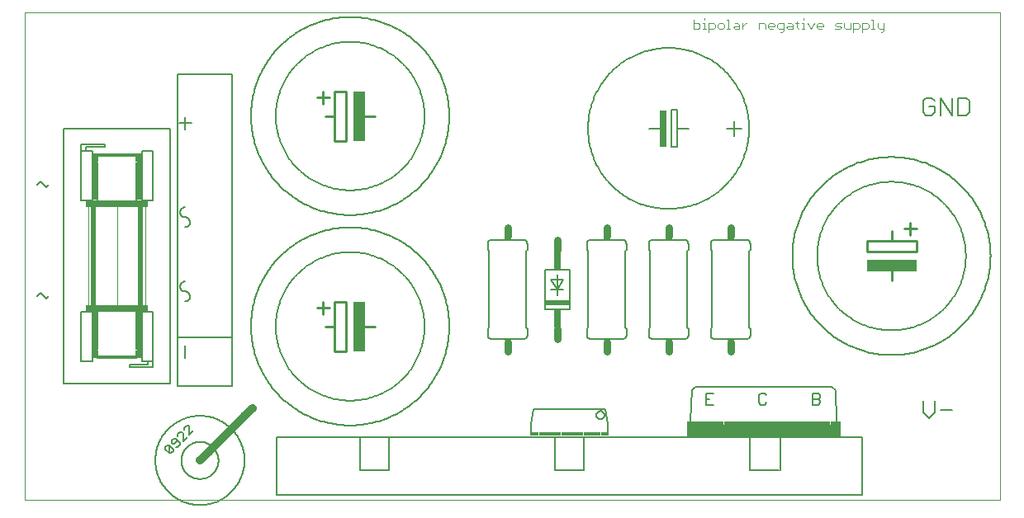
<source format=gto>
G75*
%MOIN*%
%OFA0B0*%
%FSLAX25Y25*%
%IPPOS*%
%LPD*%
%AMOC8*
5,1,8,0,0,1.08239X$1,22.5*
%
%ADD10C,0.00300*%
%ADD11C,0.00600*%
%ADD12C,0.01000*%
%ADD13R,0.05000X0.20000*%
%ADD14C,0.00200*%
%ADD15R,0.16000X0.01500*%
%ADD16R,0.00500X0.03500*%
%ADD17R,0.04500X0.02500*%
%ADD18R,0.16000X0.02500*%
%ADD19R,0.02000X0.40000*%
%ADD20R,0.00500X0.15500*%
%ADD21R,0.02000X0.19000*%
%ADD22C,0.03200*%
%ADD23C,0.00500*%
%ADD24R,0.20200X0.03200*%
%ADD25R,0.62000X0.04500*%
%ADD26R,0.04000X0.01500*%
%ADD27R,0.10500X0.01500*%
%ADD28R,0.11000X0.01500*%
%ADD29C,0.03000*%
%ADD30R,0.03000X0.01100*%
%ADD31R,0.02500X0.15000*%
%ADD32R,0.20000X0.05000*%
%ADD33C,0.00000*%
%ADD34R,0.10000X0.02000*%
%ADD35R,0.03000X0.07500*%
%ADD36R,0.03000X0.01500*%
%ADD37R,0.02000X0.01500*%
%ADD38R,0.07000X0.01500*%
D10*
X0281325Y0199938D02*
X0281325Y0203641D01*
X0283177Y0203641D01*
X0283794Y0203024D01*
X0283794Y0201789D01*
X0283177Y0201172D01*
X0281325Y0201172D01*
X0280104Y0201172D02*
X0278870Y0201172D01*
X0279487Y0201172D02*
X0279487Y0203641D01*
X0278870Y0203641D01*
X0277655Y0203024D02*
X0277038Y0203641D01*
X0275187Y0203641D01*
X0275187Y0204875D02*
X0275187Y0201172D01*
X0277038Y0201172D01*
X0277655Y0201789D01*
X0277655Y0203024D01*
X0279487Y0204875D02*
X0279487Y0205493D01*
X0285008Y0203024D02*
X0285008Y0201789D01*
X0285625Y0201172D01*
X0286860Y0201172D01*
X0287477Y0201789D01*
X0287477Y0203024D01*
X0286860Y0203641D01*
X0285625Y0203641D01*
X0285008Y0203024D01*
X0288691Y0204875D02*
X0289309Y0204875D01*
X0289309Y0201172D01*
X0289926Y0201172D02*
X0288691Y0201172D01*
X0291147Y0201789D02*
X0291764Y0202407D01*
X0293616Y0202407D01*
X0293616Y0203024D02*
X0293616Y0201172D01*
X0291764Y0201172D01*
X0291147Y0201789D01*
X0291764Y0203641D02*
X0292998Y0203641D01*
X0293616Y0203024D01*
X0294830Y0203641D02*
X0294830Y0201172D01*
X0294830Y0202407D02*
X0296064Y0203641D01*
X0296682Y0203641D01*
X0301582Y0203641D02*
X0301582Y0201172D01*
X0301582Y0203641D02*
X0303434Y0203641D01*
X0304051Y0203024D01*
X0304051Y0201172D01*
X0305266Y0201789D02*
X0305266Y0203024D01*
X0305883Y0203641D01*
X0307117Y0203641D01*
X0307734Y0203024D01*
X0307734Y0202407D01*
X0305266Y0202407D01*
X0305266Y0201789D02*
X0305883Y0201172D01*
X0307117Y0201172D01*
X0308949Y0201789D02*
X0309566Y0201172D01*
X0311417Y0201172D01*
X0311417Y0200555D02*
X0311417Y0203641D01*
X0309566Y0203641D01*
X0308949Y0203024D01*
X0308949Y0201789D01*
X0310183Y0199938D02*
X0310800Y0199938D01*
X0311417Y0200555D01*
X0312632Y0201789D02*
X0313249Y0202407D01*
X0315101Y0202407D01*
X0315101Y0203024D02*
X0315101Y0201172D01*
X0313249Y0201172D01*
X0312632Y0201789D01*
X0313249Y0203641D02*
X0314483Y0203641D01*
X0315101Y0203024D01*
X0316315Y0203641D02*
X0317549Y0203641D01*
X0316932Y0204258D02*
X0316932Y0201789D01*
X0317549Y0201172D01*
X0318770Y0201172D02*
X0320005Y0201172D01*
X0319388Y0201172D02*
X0319388Y0203641D01*
X0318770Y0203641D01*
X0319388Y0204875D02*
X0319388Y0205493D01*
X0321226Y0203641D02*
X0322460Y0201172D01*
X0323695Y0203641D01*
X0324909Y0203024D02*
X0325526Y0203641D01*
X0326761Y0203641D01*
X0327378Y0203024D01*
X0327378Y0202407D01*
X0324909Y0202407D01*
X0324909Y0203024D02*
X0324909Y0201789D01*
X0325526Y0201172D01*
X0326761Y0201172D01*
X0332275Y0201172D02*
X0334127Y0201172D01*
X0334744Y0201789D01*
X0334127Y0202407D01*
X0332892Y0202407D01*
X0332275Y0203024D01*
X0332892Y0203641D01*
X0334744Y0203641D01*
X0335958Y0203641D02*
X0335958Y0201789D01*
X0336576Y0201172D01*
X0338427Y0201172D01*
X0338427Y0203641D01*
X0339642Y0203641D02*
X0341493Y0203641D01*
X0342110Y0203024D01*
X0342110Y0201789D01*
X0341493Y0201172D01*
X0339642Y0201172D01*
X0339642Y0199938D02*
X0339642Y0203641D01*
X0343325Y0203641D02*
X0345176Y0203641D01*
X0345793Y0203024D01*
X0345793Y0201789D01*
X0345176Y0201172D01*
X0343325Y0201172D01*
X0343325Y0199938D02*
X0343325Y0203641D01*
X0347008Y0204875D02*
X0347625Y0204875D01*
X0347625Y0201172D01*
X0347008Y0201172D02*
X0348242Y0201172D01*
X0349463Y0201789D02*
X0349463Y0203641D01*
X0349463Y0201789D02*
X0350080Y0201172D01*
X0351932Y0201172D01*
X0351932Y0200555D02*
X0351315Y0199938D01*
X0350698Y0199938D01*
X0351932Y0200555D02*
X0351932Y0203641D01*
D11*
X0369004Y0173328D02*
X0367837Y0172161D01*
X0367837Y0167490D01*
X0369004Y0166322D01*
X0371340Y0166322D01*
X0372507Y0167490D01*
X0372507Y0169825D01*
X0370172Y0169825D01*
X0372507Y0172161D02*
X0371340Y0173328D01*
X0369004Y0173328D01*
X0374834Y0173328D02*
X0379505Y0166322D01*
X0379505Y0173328D01*
X0381832Y0173328D02*
X0385335Y0173328D01*
X0386503Y0172161D01*
X0386503Y0167490D01*
X0385335Y0166322D01*
X0381832Y0166322D01*
X0381832Y0173328D01*
X0374834Y0173328D02*
X0374834Y0166322D01*
X0294537Y0161022D02*
X0288537Y0161022D01*
X0291537Y0164022D02*
X0291537Y0158022D01*
X0273037Y0161022D02*
X0268537Y0161022D01*
X0268537Y0168522D01*
X0266037Y0168522D01*
X0266037Y0153522D01*
X0268537Y0153522D01*
X0268537Y0161022D01*
X0232537Y0161022D02*
X0232547Y0161820D01*
X0232576Y0162617D01*
X0232625Y0163413D01*
X0232693Y0164208D01*
X0232781Y0165000D01*
X0232889Y0165791D01*
X0233015Y0166578D01*
X0233161Y0167362D01*
X0233327Y0168143D01*
X0233511Y0168919D01*
X0233714Y0169690D01*
X0233936Y0170456D01*
X0234177Y0171217D01*
X0234437Y0171971D01*
X0234715Y0172719D01*
X0235011Y0173459D01*
X0235325Y0174192D01*
X0235657Y0174918D01*
X0236007Y0175634D01*
X0236375Y0176342D01*
X0236759Y0177041D01*
X0237161Y0177730D01*
X0237579Y0178409D01*
X0238014Y0179078D01*
X0238465Y0179736D01*
X0238933Y0180382D01*
X0239416Y0181017D01*
X0239914Y0181640D01*
X0240428Y0182250D01*
X0240956Y0182848D01*
X0241499Y0183432D01*
X0242056Y0184003D01*
X0242627Y0184560D01*
X0243211Y0185103D01*
X0243809Y0185631D01*
X0244419Y0186145D01*
X0245042Y0186643D01*
X0245677Y0187126D01*
X0246323Y0187594D01*
X0246981Y0188045D01*
X0247650Y0188480D01*
X0248329Y0188898D01*
X0249018Y0189300D01*
X0249717Y0189684D01*
X0250425Y0190052D01*
X0251141Y0190402D01*
X0251867Y0190734D01*
X0252600Y0191048D01*
X0253340Y0191344D01*
X0254088Y0191622D01*
X0254842Y0191882D01*
X0255603Y0192123D01*
X0256369Y0192345D01*
X0257140Y0192548D01*
X0257916Y0192732D01*
X0258697Y0192898D01*
X0259481Y0193044D01*
X0260268Y0193170D01*
X0261059Y0193278D01*
X0261851Y0193366D01*
X0262646Y0193434D01*
X0263442Y0193483D01*
X0264239Y0193512D01*
X0265037Y0193522D01*
X0265835Y0193512D01*
X0266632Y0193483D01*
X0267428Y0193434D01*
X0268223Y0193366D01*
X0269015Y0193278D01*
X0269806Y0193170D01*
X0270593Y0193044D01*
X0271377Y0192898D01*
X0272158Y0192732D01*
X0272934Y0192548D01*
X0273705Y0192345D01*
X0274471Y0192123D01*
X0275232Y0191882D01*
X0275986Y0191622D01*
X0276734Y0191344D01*
X0277474Y0191048D01*
X0278207Y0190734D01*
X0278933Y0190402D01*
X0279649Y0190052D01*
X0280357Y0189684D01*
X0281056Y0189300D01*
X0281745Y0188898D01*
X0282424Y0188480D01*
X0283093Y0188045D01*
X0283751Y0187594D01*
X0284397Y0187126D01*
X0285032Y0186643D01*
X0285655Y0186145D01*
X0286265Y0185631D01*
X0286863Y0185103D01*
X0287447Y0184560D01*
X0288018Y0184003D01*
X0288575Y0183432D01*
X0289118Y0182848D01*
X0289646Y0182250D01*
X0290160Y0181640D01*
X0290658Y0181017D01*
X0291141Y0180382D01*
X0291609Y0179736D01*
X0292060Y0179078D01*
X0292495Y0178409D01*
X0292913Y0177730D01*
X0293315Y0177041D01*
X0293699Y0176342D01*
X0294067Y0175634D01*
X0294417Y0174918D01*
X0294749Y0174192D01*
X0295063Y0173459D01*
X0295359Y0172719D01*
X0295637Y0171971D01*
X0295897Y0171217D01*
X0296138Y0170456D01*
X0296360Y0169690D01*
X0296563Y0168919D01*
X0296747Y0168143D01*
X0296913Y0167362D01*
X0297059Y0166578D01*
X0297185Y0165791D01*
X0297293Y0165000D01*
X0297381Y0164208D01*
X0297449Y0163413D01*
X0297498Y0162617D01*
X0297527Y0161820D01*
X0297537Y0161022D01*
X0297527Y0160224D01*
X0297498Y0159427D01*
X0297449Y0158631D01*
X0297381Y0157836D01*
X0297293Y0157044D01*
X0297185Y0156253D01*
X0297059Y0155466D01*
X0296913Y0154682D01*
X0296747Y0153901D01*
X0296563Y0153125D01*
X0296360Y0152354D01*
X0296138Y0151588D01*
X0295897Y0150827D01*
X0295637Y0150073D01*
X0295359Y0149325D01*
X0295063Y0148585D01*
X0294749Y0147852D01*
X0294417Y0147126D01*
X0294067Y0146410D01*
X0293699Y0145702D01*
X0293315Y0145003D01*
X0292913Y0144314D01*
X0292495Y0143635D01*
X0292060Y0142966D01*
X0291609Y0142308D01*
X0291141Y0141662D01*
X0290658Y0141027D01*
X0290160Y0140404D01*
X0289646Y0139794D01*
X0289118Y0139196D01*
X0288575Y0138612D01*
X0288018Y0138041D01*
X0287447Y0137484D01*
X0286863Y0136941D01*
X0286265Y0136413D01*
X0285655Y0135899D01*
X0285032Y0135401D01*
X0284397Y0134918D01*
X0283751Y0134450D01*
X0283093Y0133999D01*
X0282424Y0133564D01*
X0281745Y0133146D01*
X0281056Y0132744D01*
X0280357Y0132360D01*
X0279649Y0131992D01*
X0278933Y0131642D01*
X0278207Y0131310D01*
X0277474Y0130996D01*
X0276734Y0130700D01*
X0275986Y0130422D01*
X0275232Y0130162D01*
X0274471Y0129921D01*
X0273705Y0129699D01*
X0272934Y0129496D01*
X0272158Y0129312D01*
X0271377Y0129146D01*
X0270593Y0129000D01*
X0269806Y0128874D01*
X0269015Y0128766D01*
X0268223Y0128678D01*
X0267428Y0128610D01*
X0266632Y0128561D01*
X0265835Y0128532D01*
X0265037Y0128522D01*
X0264239Y0128532D01*
X0263442Y0128561D01*
X0262646Y0128610D01*
X0261851Y0128678D01*
X0261059Y0128766D01*
X0260268Y0128874D01*
X0259481Y0129000D01*
X0258697Y0129146D01*
X0257916Y0129312D01*
X0257140Y0129496D01*
X0256369Y0129699D01*
X0255603Y0129921D01*
X0254842Y0130162D01*
X0254088Y0130422D01*
X0253340Y0130700D01*
X0252600Y0130996D01*
X0251867Y0131310D01*
X0251141Y0131642D01*
X0250425Y0131992D01*
X0249717Y0132360D01*
X0249018Y0132744D01*
X0248329Y0133146D01*
X0247650Y0133564D01*
X0246981Y0133999D01*
X0246323Y0134450D01*
X0245677Y0134918D01*
X0245042Y0135401D01*
X0244419Y0135899D01*
X0243809Y0136413D01*
X0243211Y0136941D01*
X0242627Y0137484D01*
X0242056Y0138041D01*
X0241499Y0138612D01*
X0240956Y0139196D01*
X0240428Y0139794D01*
X0239914Y0140404D01*
X0239416Y0141027D01*
X0238933Y0141662D01*
X0238465Y0142308D01*
X0238014Y0142966D01*
X0237579Y0143635D01*
X0237161Y0144314D01*
X0236759Y0145003D01*
X0236375Y0145702D01*
X0236007Y0146410D01*
X0235657Y0147126D01*
X0235325Y0147852D01*
X0235011Y0148585D01*
X0234715Y0149325D01*
X0234437Y0150073D01*
X0234177Y0150827D01*
X0233936Y0151588D01*
X0233714Y0152354D01*
X0233511Y0153125D01*
X0233327Y0153901D01*
X0233161Y0154682D01*
X0233015Y0155466D01*
X0232889Y0156253D01*
X0232781Y0157044D01*
X0232693Y0157836D01*
X0232625Y0158631D01*
X0232576Y0159427D01*
X0232547Y0160224D01*
X0232537Y0161022D01*
X0257037Y0161022D02*
X0262537Y0161022D01*
X0258537Y0116022D02*
X0271537Y0116022D01*
X0271613Y0116020D01*
X0271689Y0116014D01*
X0271764Y0116005D01*
X0271839Y0115991D01*
X0271913Y0115974D01*
X0271986Y0115953D01*
X0272058Y0115929D01*
X0272129Y0115900D01*
X0272198Y0115869D01*
X0272265Y0115834D01*
X0272330Y0115795D01*
X0272394Y0115753D01*
X0272455Y0115708D01*
X0272514Y0115660D01*
X0272570Y0115609D01*
X0272624Y0115555D01*
X0272675Y0115499D01*
X0272723Y0115440D01*
X0272768Y0115379D01*
X0272810Y0115315D01*
X0272849Y0115250D01*
X0272884Y0115183D01*
X0272915Y0115114D01*
X0272944Y0115043D01*
X0272968Y0114971D01*
X0272989Y0114898D01*
X0273006Y0114824D01*
X0273020Y0114749D01*
X0273029Y0114674D01*
X0273035Y0114598D01*
X0273037Y0114522D01*
X0273037Y0112022D01*
X0272537Y0111522D01*
X0272537Y0080522D01*
X0273037Y0080022D01*
X0273037Y0077522D01*
X0273035Y0077446D01*
X0273029Y0077370D01*
X0273020Y0077295D01*
X0273006Y0077220D01*
X0272989Y0077146D01*
X0272968Y0077073D01*
X0272944Y0077001D01*
X0272915Y0076930D01*
X0272884Y0076861D01*
X0272849Y0076794D01*
X0272810Y0076729D01*
X0272768Y0076665D01*
X0272723Y0076604D01*
X0272675Y0076545D01*
X0272624Y0076489D01*
X0272570Y0076435D01*
X0272514Y0076384D01*
X0272455Y0076336D01*
X0272394Y0076291D01*
X0272330Y0076249D01*
X0272265Y0076210D01*
X0272198Y0076175D01*
X0272129Y0076144D01*
X0272058Y0076115D01*
X0271986Y0076091D01*
X0271913Y0076070D01*
X0271839Y0076053D01*
X0271764Y0076039D01*
X0271689Y0076030D01*
X0271613Y0076024D01*
X0271537Y0076022D01*
X0258537Y0076022D01*
X0258461Y0076024D01*
X0258385Y0076030D01*
X0258310Y0076039D01*
X0258235Y0076053D01*
X0258161Y0076070D01*
X0258088Y0076091D01*
X0258016Y0076115D01*
X0257945Y0076144D01*
X0257876Y0076175D01*
X0257809Y0076210D01*
X0257744Y0076249D01*
X0257680Y0076291D01*
X0257619Y0076336D01*
X0257560Y0076384D01*
X0257504Y0076435D01*
X0257450Y0076489D01*
X0257399Y0076545D01*
X0257351Y0076604D01*
X0257306Y0076665D01*
X0257264Y0076729D01*
X0257225Y0076794D01*
X0257190Y0076861D01*
X0257159Y0076930D01*
X0257130Y0077001D01*
X0257106Y0077073D01*
X0257085Y0077146D01*
X0257068Y0077220D01*
X0257054Y0077295D01*
X0257045Y0077370D01*
X0257039Y0077446D01*
X0257037Y0077522D01*
X0257037Y0080022D01*
X0257537Y0080522D01*
X0257537Y0111522D01*
X0257037Y0112022D01*
X0257037Y0114522D01*
X0257039Y0114598D01*
X0257045Y0114674D01*
X0257054Y0114749D01*
X0257068Y0114824D01*
X0257085Y0114898D01*
X0257106Y0114971D01*
X0257130Y0115043D01*
X0257159Y0115114D01*
X0257190Y0115183D01*
X0257225Y0115250D01*
X0257264Y0115315D01*
X0257306Y0115379D01*
X0257351Y0115440D01*
X0257399Y0115499D01*
X0257450Y0115555D01*
X0257504Y0115609D01*
X0257560Y0115660D01*
X0257619Y0115708D01*
X0257680Y0115753D01*
X0257744Y0115795D01*
X0257809Y0115834D01*
X0257876Y0115869D01*
X0257945Y0115900D01*
X0258016Y0115929D01*
X0258088Y0115953D01*
X0258161Y0115974D01*
X0258235Y0115991D01*
X0258310Y0116005D01*
X0258385Y0116014D01*
X0258461Y0116020D01*
X0258537Y0116022D01*
X0248037Y0114522D02*
X0248037Y0112022D01*
X0247537Y0111522D01*
X0247537Y0080522D01*
X0248037Y0080022D01*
X0248037Y0077522D01*
X0248035Y0077446D01*
X0248029Y0077370D01*
X0248020Y0077295D01*
X0248006Y0077220D01*
X0247989Y0077146D01*
X0247968Y0077073D01*
X0247944Y0077001D01*
X0247915Y0076930D01*
X0247884Y0076861D01*
X0247849Y0076794D01*
X0247810Y0076729D01*
X0247768Y0076665D01*
X0247723Y0076604D01*
X0247675Y0076545D01*
X0247624Y0076489D01*
X0247570Y0076435D01*
X0247514Y0076384D01*
X0247455Y0076336D01*
X0247394Y0076291D01*
X0247330Y0076249D01*
X0247265Y0076210D01*
X0247198Y0076175D01*
X0247129Y0076144D01*
X0247058Y0076115D01*
X0246986Y0076091D01*
X0246913Y0076070D01*
X0246839Y0076053D01*
X0246764Y0076039D01*
X0246689Y0076030D01*
X0246613Y0076024D01*
X0246537Y0076022D01*
X0233537Y0076022D01*
X0233461Y0076024D01*
X0233385Y0076030D01*
X0233310Y0076039D01*
X0233235Y0076053D01*
X0233161Y0076070D01*
X0233088Y0076091D01*
X0233016Y0076115D01*
X0232945Y0076144D01*
X0232876Y0076175D01*
X0232809Y0076210D01*
X0232744Y0076249D01*
X0232680Y0076291D01*
X0232619Y0076336D01*
X0232560Y0076384D01*
X0232504Y0076435D01*
X0232450Y0076489D01*
X0232399Y0076545D01*
X0232351Y0076604D01*
X0232306Y0076665D01*
X0232264Y0076729D01*
X0232225Y0076794D01*
X0232190Y0076861D01*
X0232159Y0076930D01*
X0232130Y0077001D01*
X0232106Y0077073D01*
X0232085Y0077146D01*
X0232068Y0077220D01*
X0232054Y0077295D01*
X0232045Y0077370D01*
X0232039Y0077446D01*
X0232037Y0077522D01*
X0232037Y0080022D01*
X0232537Y0080522D01*
X0232537Y0111522D01*
X0232037Y0112022D01*
X0232037Y0114522D01*
X0232039Y0114598D01*
X0232045Y0114674D01*
X0232054Y0114749D01*
X0232068Y0114824D01*
X0232085Y0114898D01*
X0232106Y0114971D01*
X0232130Y0115043D01*
X0232159Y0115114D01*
X0232190Y0115183D01*
X0232225Y0115250D01*
X0232264Y0115315D01*
X0232306Y0115379D01*
X0232351Y0115440D01*
X0232399Y0115499D01*
X0232450Y0115555D01*
X0232504Y0115609D01*
X0232560Y0115660D01*
X0232619Y0115708D01*
X0232680Y0115753D01*
X0232744Y0115795D01*
X0232809Y0115834D01*
X0232876Y0115869D01*
X0232945Y0115900D01*
X0233016Y0115929D01*
X0233088Y0115953D01*
X0233161Y0115974D01*
X0233235Y0115991D01*
X0233310Y0116005D01*
X0233385Y0116014D01*
X0233461Y0116020D01*
X0233537Y0116022D01*
X0246537Y0116022D01*
X0246613Y0116020D01*
X0246689Y0116014D01*
X0246764Y0116005D01*
X0246839Y0115991D01*
X0246913Y0115974D01*
X0246986Y0115953D01*
X0247058Y0115929D01*
X0247129Y0115900D01*
X0247198Y0115869D01*
X0247265Y0115834D01*
X0247330Y0115795D01*
X0247394Y0115753D01*
X0247455Y0115708D01*
X0247514Y0115660D01*
X0247570Y0115609D01*
X0247624Y0115555D01*
X0247675Y0115499D01*
X0247723Y0115440D01*
X0247768Y0115379D01*
X0247810Y0115315D01*
X0247849Y0115250D01*
X0247884Y0115183D01*
X0247915Y0115114D01*
X0247944Y0115043D01*
X0247968Y0114971D01*
X0247989Y0114898D01*
X0248006Y0114824D01*
X0248020Y0114749D01*
X0248029Y0114674D01*
X0248035Y0114598D01*
X0248037Y0114522D01*
X0225037Y0104022D02*
X0215037Y0104022D01*
X0215037Y0088022D01*
X0225037Y0088022D01*
X0225037Y0104022D01*
X0222537Y0100022D02*
X0217537Y0100022D01*
X0220037Y0096022D01*
X0222537Y0096022D01*
X0220037Y0096022D02*
X0220037Y0093522D01*
X0220037Y0096022D02*
X0217537Y0096022D01*
X0220037Y0096022D02*
X0220037Y0102022D01*
X0222537Y0100022D02*
X0220037Y0096022D01*
X0207537Y0111522D02*
X0207537Y0080522D01*
X0208037Y0080022D01*
X0208037Y0077522D01*
X0208035Y0077446D01*
X0208029Y0077370D01*
X0208020Y0077295D01*
X0208006Y0077220D01*
X0207989Y0077146D01*
X0207968Y0077073D01*
X0207944Y0077001D01*
X0207915Y0076930D01*
X0207884Y0076861D01*
X0207849Y0076794D01*
X0207810Y0076729D01*
X0207768Y0076665D01*
X0207723Y0076604D01*
X0207675Y0076545D01*
X0207624Y0076489D01*
X0207570Y0076435D01*
X0207514Y0076384D01*
X0207455Y0076336D01*
X0207394Y0076291D01*
X0207330Y0076249D01*
X0207265Y0076210D01*
X0207198Y0076175D01*
X0207129Y0076144D01*
X0207058Y0076115D01*
X0206986Y0076091D01*
X0206913Y0076070D01*
X0206839Y0076053D01*
X0206764Y0076039D01*
X0206689Y0076030D01*
X0206613Y0076024D01*
X0206537Y0076022D01*
X0193537Y0076022D01*
X0193461Y0076024D01*
X0193385Y0076030D01*
X0193310Y0076039D01*
X0193235Y0076053D01*
X0193161Y0076070D01*
X0193088Y0076091D01*
X0193016Y0076115D01*
X0192945Y0076144D01*
X0192876Y0076175D01*
X0192809Y0076210D01*
X0192744Y0076249D01*
X0192680Y0076291D01*
X0192619Y0076336D01*
X0192560Y0076384D01*
X0192504Y0076435D01*
X0192450Y0076489D01*
X0192399Y0076545D01*
X0192351Y0076604D01*
X0192306Y0076665D01*
X0192264Y0076729D01*
X0192225Y0076794D01*
X0192190Y0076861D01*
X0192159Y0076930D01*
X0192130Y0077001D01*
X0192106Y0077073D01*
X0192085Y0077146D01*
X0192068Y0077220D01*
X0192054Y0077295D01*
X0192045Y0077370D01*
X0192039Y0077446D01*
X0192037Y0077522D01*
X0192037Y0080022D01*
X0192537Y0080522D01*
X0192537Y0111522D01*
X0192037Y0112022D01*
X0192037Y0114522D01*
X0192039Y0114598D01*
X0192045Y0114674D01*
X0192054Y0114749D01*
X0192068Y0114824D01*
X0192085Y0114898D01*
X0192106Y0114971D01*
X0192130Y0115043D01*
X0192159Y0115114D01*
X0192190Y0115183D01*
X0192225Y0115250D01*
X0192264Y0115315D01*
X0192306Y0115379D01*
X0192351Y0115440D01*
X0192399Y0115499D01*
X0192450Y0115555D01*
X0192504Y0115609D01*
X0192560Y0115660D01*
X0192619Y0115708D01*
X0192680Y0115753D01*
X0192744Y0115795D01*
X0192809Y0115834D01*
X0192876Y0115869D01*
X0192945Y0115900D01*
X0193016Y0115929D01*
X0193088Y0115953D01*
X0193161Y0115974D01*
X0193235Y0115991D01*
X0193310Y0116005D01*
X0193385Y0116014D01*
X0193461Y0116020D01*
X0193537Y0116022D01*
X0206537Y0116022D01*
X0206613Y0116020D01*
X0206689Y0116014D01*
X0206764Y0116005D01*
X0206839Y0115991D01*
X0206913Y0115974D01*
X0206986Y0115953D01*
X0207058Y0115929D01*
X0207129Y0115900D01*
X0207198Y0115869D01*
X0207265Y0115834D01*
X0207330Y0115795D01*
X0207394Y0115753D01*
X0207455Y0115708D01*
X0207514Y0115660D01*
X0207570Y0115609D01*
X0207624Y0115555D01*
X0207675Y0115499D01*
X0207723Y0115440D01*
X0207768Y0115379D01*
X0207810Y0115315D01*
X0207849Y0115250D01*
X0207884Y0115183D01*
X0207915Y0115114D01*
X0207944Y0115043D01*
X0207968Y0114971D01*
X0207989Y0114898D01*
X0208006Y0114824D01*
X0208020Y0114749D01*
X0208029Y0114674D01*
X0208035Y0114598D01*
X0208037Y0114522D01*
X0208037Y0112022D01*
X0207537Y0111522D01*
X0106533Y0081022D02*
X0106542Y0081758D01*
X0106569Y0082494D01*
X0106614Y0083229D01*
X0106677Y0083963D01*
X0106759Y0084694D01*
X0106858Y0085424D01*
X0106975Y0086151D01*
X0107109Y0086875D01*
X0107262Y0087595D01*
X0107432Y0088311D01*
X0107620Y0089023D01*
X0107825Y0089731D01*
X0108047Y0090432D01*
X0108287Y0091129D01*
X0108543Y0091819D01*
X0108817Y0092503D01*
X0109107Y0093179D01*
X0109413Y0093849D01*
X0109736Y0094510D01*
X0110075Y0095164D01*
X0110430Y0095809D01*
X0110801Y0096445D01*
X0111187Y0097072D01*
X0111589Y0097689D01*
X0112005Y0098296D01*
X0112437Y0098893D01*
X0112883Y0099479D01*
X0113343Y0100054D01*
X0113817Y0100617D01*
X0114304Y0101169D01*
X0114806Y0101708D01*
X0115320Y0102235D01*
X0115847Y0102749D01*
X0116386Y0103251D01*
X0116938Y0103738D01*
X0117501Y0104212D01*
X0118076Y0104672D01*
X0118662Y0105118D01*
X0119259Y0105550D01*
X0119866Y0105966D01*
X0120483Y0106368D01*
X0121110Y0106754D01*
X0121746Y0107125D01*
X0122391Y0107480D01*
X0123045Y0107819D01*
X0123706Y0108142D01*
X0124376Y0108448D01*
X0125052Y0108738D01*
X0125736Y0109012D01*
X0126426Y0109268D01*
X0127123Y0109508D01*
X0127824Y0109730D01*
X0128532Y0109935D01*
X0129244Y0110123D01*
X0129960Y0110293D01*
X0130680Y0110446D01*
X0131404Y0110580D01*
X0132131Y0110697D01*
X0132861Y0110796D01*
X0133592Y0110878D01*
X0134326Y0110941D01*
X0135061Y0110986D01*
X0135797Y0111013D01*
X0136533Y0111022D01*
X0137269Y0111013D01*
X0138005Y0110986D01*
X0138740Y0110941D01*
X0139474Y0110878D01*
X0140205Y0110796D01*
X0140935Y0110697D01*
X0141662Y0110580D01*
X0142386Y0110446D01*
X0143106Y0110293D01*
X0143822Y0110123D01*
X0144534Y0109935D01*
X0145242Y0109730D01*
X0145943Y0109508D01*
X0146640Y0109268D01*
X0147330Y0109012D01*
X0148014Y0108738D01*
X0148690Y0108448D01*
X0149360Y0108142D01*
X0150021Y0107819D01*
X0150675Y0107480D01*
X0151320Y0107125D01*
X0151956Y0106754D01*
X0152583Y0106368D01*
X0153200Y0105966D01*
X0153807Y0105550D01*
X0154404Y0105118D01*
X0154990Y0104672D01*
X0155565Y0104212D01*
X0156128Y0103738D01*
X0156680Y0103251D01*
X0157219Y0102749D01*
X0157746Y0102235D01*
X0158260Y0101708D01*
X0158762Y0101169D01*
X0159249Y0100617D01*
X0159723Y0100054D01*
X0160183Y0099479D01*
X0160629Y0098893D01*
X0161061Y0098296D01*
X0161477Y0097689D01*
X0161879Y0097072D01*
X0162265Y0096445D01*
X0162636Y0095809D01*
X0162991Y0095164D01*
X0163330Y0094510D01*
X0163653Y0093849D01*
X0163959Y0093179D01*
X0164249Y0092503D01*
X0164523Y0091819D01*
X0164779Y0091129D01*
X0165019Y0090432D01*
X0165241Y0089731D01*
X0165446Y0089023D01*
X0165634Y0088311D01*
X0165804Y0087595D01*
X0165957Y0086875D01*
X0166091Y0086151D01*
X0166208Y0085424D01*
X0166307Y0084694D01*
X0166389Y0083963D01*
X0166452Y0083229D01*
X0166497Y0082494D01*
X0166524Y0081758D01*
X0166533Y0081022D01*
X0166524Y0080286D01*
X0166497Y0079550D01*
X0166452Y0078815D01*
X0166389Y0078081D01*
X0166307Y0077350D01*
X0166208Y0076620D01*
X0166091Y0075893D01*
X0165957Y0075169D01*
X0165804Y0074449D01*
X0165634Y0073733D01*
X0165446Y0073021D01*
X0165241Y0072313D01*
X0165019Y0071612D01*
X0164779Y0070915D01*
X0164523Y0070225D01*
X0164249Y0069541D01*
X0163959Y0068865D01*
X0163653Y0068195D01*
X0163330Y0067534D01*
X0162991Y0066880D01*
X0162636Y0066235D01*
X0162265Y0065599D01*
X0161879Y0064972D01*
X0161477Y0064355D01*
X0161061Y0063748D01*
X0160629Y0063151D01*
X0160183Y0062565D01*
X0159723Y0061990D01*
X0159249Y0061427D01*
X0158762Y0060875D01*
X0158260Y0060336D01*
X0157746Y0059809D01*
X0157219Y0059295D01*
X0156680Y0058793D01*
X0156128Y0058306D01*
X0155565Y0057832D01*
X0154990Y0057372D01*
X0154404Y0056926D01*
X0153807Y0056494D01*
X0153200Y0056078D01*
X0152583Y0055676D01*
X0151956Y0055290D01*
X0151320Y0054919D01*
X0150675Y0054564D01*
X0150021Y0054225D01*
X0149360Y0053902D01*
X0148690Y0053596D01*
X0148014Y0053306D01*
X0147330Y0053032D01*
X0146640Y0052776D01*
X0145943Y0052536D01*
X0145242Y0052314D01*
X0144534Y0052109D01*
X0143822Y0051921D01*
X0143106Y0051751D01*
X0142386Y0051598D01*
X0141662Y0051464D01*
X0140935Y0051347D01*
X0140205Y0051248D01*
X0139474Y0051166D01*
X0138740Y0051103D01*
X0138005Y0051058D01*
X0137269Y0051031D01*
X0136533Y0051022D01*
X0135797Y0051031D01*
X0135061Y0051058D01*
X0134326Y0051103D01*
X0133592Y0051166D01*
X0132861Y0051248D01*
X0132131Y0051347D01*
X0131404Y0051464D01*
X0130680Y0051598D01*
X0129960Y0051751D01*
X0129244Y0051921D01*
X0128532Y0052109D01*
X0127824Y0052314D01*
X0127123Y0052536D01*
X0126426Y0052776D01*
X0125736Y0053032D01*
X0125052Y0053306D01*
X0124376Y0053596D01*
X0123706Y0053902D01*
X0123045Y0054225D01*
X0122391Y0054564D01*
X0121746Y0054919D01*
X0121110Y0055290D01*
X0120483Y0055676D01*
X0119866Y0056078D01*
X0119259Y0056494D01*
X0118662Y0056926D01*
X0118076Y0057372D01*
X0117501Y0057832D01*
X0116938Y0058306D01*
X0116386Y0058793D01*
X0115847Y0059295D01*
X0115320Y0059809D01*
X0114806Y0060336D01*
X0114304Y0060875D01*
X0113817Y0061427D01*
X0113343Y0061990D01*
X0112883Y0062565D01*
X0112437Y0063151D01*
X0112005Y0063748D01*
X0111589Y0064355D01*
X0111187Y0064972D01*
X0110801Y0065599D01*
X0110430Y0066235D01*
X0110075Y0066880D01*
X0109736Y0067534D01*
X0109413Y0068195D01*
X0109107Y0068865D01*
X0108817Y0069541D01*
X0108543Y0070225D01*
X0108287Y0070915D01*
X0108047Y0071612D01*
X0107825Y0072313D01*
X0107620Y0073021D01*
X0107432Y0073733D01*
X0107262Y0074449D01*
X0107109Y0075169D01*
X0106975Y0075893D01*
X0106858Y0076620D01*
X0106759Y0077350D01*
X0106677Y0078081D01*
X0106614Y0078815D01*
X0106569Y0079550D01*
X0106542Y0080286D01*
X0106533Y0081022D01*
X0088895Y0076652D02*
X0066848Y0076652D01*
X0069871Y0073172D02*
X0069871Y0068172D01*
X0056938Y0066947D02*
X0056938Y0064447D01*
X0050438Y0064447D01*
X0047438Y0064447D01*
X0047438Y0065447D01*
X0050438Y0065447D01*
X0054938Y0065447D01*
X0054938Y0066947D01*
X0052438Y0066947D01*
X0052438Y0086947D01*
X0056938Y0086947D01*
X0056938Y0066947D01*
X0054938Y0066947D01*
X0050438Y0057947D02*
X0063938Y0057947D01*
X0063938Y0160947D01*
X0050438Y0160947D01*
X0034438Y0160947D01*
X0020938Y0160947D01*
X0020938Y0057947D01*
X0034438Y0057947D01*
X0050438Y0057947D01*
X0066848Y0056967D02*
X0066848Y0182951D01*
X0088895Y0182951D01*
X0088895Y0056967D01*
X0066848Y0056967D01*
X0032438Y0066947D02*
X0032438Y0086947D01*
X0027938Y0086947D01*
X0027938Y0066947D01*
X0032438Y0066947D01*
X0013840Y0092161D02*
X0015007Y0093328D01*
X0013840Y0092161D02*
X0011504Y0094496D01*
X0010337Y0093328D01*
X0069871Y0095172D02*
X0069959Y0095170D01*
X0070048Y0095164D01*
X0070136Y0095154D01*
X0070223Y0095141D01*
X0070310Y0095123D01*
X0070396Y0095102D01*
X0070481Y0095077D01*
X0070564Y0095048D01*
X0070647Y0095015D01*
X0070727Y0094979D01*
X0070806Y0094940D01*
X0070884Y0094897D01*
X0070959Y0094850D01*
X0071032Y0094800D01*
X0071103Y0094747D01*
X0071172Y0094691D01*
X0071238Y0094632D01*
X0071301Y0094570D01*
X0071361Y0094506D01*
X0071419Y0094439D01*
X0071473Y0094369D01*
X0071525Y0094297D01*
X0071573Y0094223D01*
X0071618Y0094146D01*
X0071659Y0094068D01*
X0071697Y0093988D01*
X0071731Y0093907D01*
X0071762Y0093824D01*
X0071789Y0093739D01*
X0071812Y0093654D01*
X0071831Y0093568D01*
X0071847Y0093480D01*
X0071859Y0093393D01*
X0071867Y0093305D01*
X0071871Y0093216D01*
X0071871Y0093128D01*
X0071867Y0093039D01*
X0071859Y0092951D01*
X0071847Y0092864D01*
X0071831Y0092776D01*
X0071812Y0092690D01*
X0071789Y0092605D01*
X0071762Y0092520D01*
X0071731Y0092437D01*
X0071697Y0092356D01*
X0071659Y0092276D01*
X0071618Y0092198D01*
X0071573Y0092121D01*
X0071525Y0092047D01*
X0071473Y0091975D01*
X0071419Y0091905D01*
X0071361Y0091838D01*
X0071301Y0091774D01*
X0071238Y0091712D01*
X0071172Y0091653D01*
X0071103Y0091597D01*
X0071032Y0091544D01*
X0070959Y0091494D01*
X0070884Y0091447D01*
X0070806Y0091404D01*
X0070727Y0091365D01*
X0070647Y0091329D01*
X0070564Y0091296D01*
X0070481Y0091267D01*
X0070396Y0091242D01*
X0070310Y0091221D01*
X0070223Y0091203D01*
X0070136Y0091190D01*
X0070048Y0091180D01*
X0069959Y0091174D01*
X0069871Y0091172D01*
X0069871Y0095172D02*
X0069783Y0095174D01*
X0069694Y0095180D01*
X0069606Y0095190D01*
X0069519Y0095203D01*
X0069432Y0095221D01*
X0069346Y0095242D01*
X0069261Y0095267D01*
X0069178Y0095296D01*
X0069095Y0095329D01*
X0069015Y0095365D01*
X0068936Y0095404D01*
X0068858Y0095447D01*
X0068783Y0095494D01*
X0068710Y0095544D01*
X0068639Y0095597D01*
X0068570Y0095653D01*
X0068504Y0095712D01*
X0068441Y0095774D01*
X0068381Y0095838D01*
X0068323Y0095905D01*
X0068269Y0095975D01*
X0068217Y0096047D01*
X0068169Y0096121D01*
X0068124Y0096198D01*
X0068083Y0096276D01*
X0068045Y0096356D01*
X0068011Y0096437D01*
X0067980Y0096520D01*
X0067953Y0096605D01*
X0067930Y0096690D01*
X0067911Y0096776D01*
X0067895Y0096864D01*
X0067883Y0096951D01*
X0067875Y0097039D01*
X0067871Y0097128D01*
X0067871Y0097216D01*
X0067875Y0097305D01*
X0067883Y0097393D01*
X0067895Y0097480D01*
X0067911Y0097568D01*
X0067930Y0097654D01*
X0067953Y0097739D01*
X0067980Y0097824D01*
X0068011Y0097907D01*
X0068045Y0097988D01*
X0068083Y0098068D01*
X0068124Y0098146D01*
X0068169Y0098223D01*
X0068217Y0098297D01*
X0068269Y0098369D01*
X0068323Y0098439D01*
X0068381Y0098506D01*
X0068441Y0098570D01*
X0068504Y0098632D01*
X0068570Y0098691D01*
X0068639Y0098747D01*
X0068710Y0098800D01*
X0068783Y0098850D01*
X0068858Y0098897D01*
X0068936Y0098940D01*
X0069015Y0098979D01*
X0069095Y0099015D01*
X0069178Y0099048D01*
X0069261Y0099077D01*
X0069346Y0099102D01*
X0069432Y0099123D01*
X0069519Y0099141D01*
X0069606Y0099154D01*
X0069694Y0099164D01*
X0069783Y0099170D01*
X0069871Y0099172D01*
X0069871Y0121172D02*
X0069959Y0121174D01*
X0070048Y0121180D01*
X0070136Y0121190D01*
X0070223Y0121203D01*
X0070310Y0121221D01*
X0070396Y0121242D01*
X0070481Y0121267D01*
X0070564Y0121296D01*
X0070647Y0121329D01*
X0070727Y0121365D01*
X0070806Y0121404D01*
X0070884Y0121447D01*
X0070959Y0121494D01*
X0071032Y0121544D01*
X0071103Y0121597D01*
X0071172Y0121653D01*
X0071238Y0121712D01*
X0071301Y0121774D01*
X0071361Y0121838D01*
X0071419Y0121905D01*
X0071473Y0121975D01*
X0071525Y0122047D01*
X0071573Y0122121D01*
X0071618Y0122198D01*
X0071659Y0122276D01*
X0071697Y0122356D01*
X0071731Y0122437D01*
X0071762Y0122520D01*
X0071789Y0122605D01*
X0071812Y0122690D01*
X0071831Y0122776D01*
X0071847Y0122864D01*
X0071859Y0122951D01*
X0071867Y0123039D01*
X0071871Y0123128D01*
X0071871Y0123216D01*
X0071867Y0123305D01*
X0071859Y0123393D01*
X0071847Y0123480D01*
X0071831Y0123568D01*
X0071812Y0123654D01*
X0071789Y0123739D01*
X0071762Y0123824D01*
X0071731Y0123907D01*
X0071697Y0123988D01*
X0071659Y0124068D01*
X0071618Y0124146D01*
X0071573Y0124223D01*
X0071525Y0124297D01*
X0071473Y0124369D01*
X0071419Y0124439D01*
X0071361Y0124506D01*
X0071301Y0124570D01*
X0071238Y0124632D01*
X0071172Y0124691D01*
X0071103Y0124747D01*
X0071032Y0124800D01*
X0070959Y0124850D01*
X0070884Y0124897D01*
X0070806Y0124940D01*
X0070727Y0124979D01*
X0070647Y0125015D01*
X0070564Y0125048D01*
X0070481Y0125077D01*
X0070396Y0125102D01*
X0070310Y0125123D01*
X0070223Y0125141D01*
X0070136Y0125154D01*
X0070048Y0125164D01*
X0069959Y0125170D01*
X0069871Y0125172D01*
X0069783Y0125174D01*
X0069694Y0125180D01*
X0069606Y0125190D01*
X0069519Y0125203D01*
X0069432Y0125221D01*
X0069346Y0125242D01*
X0069261Y0125267D01*
X0069178Y0125296D01*
X0069095Y0125329D01*
X0069015Y0125365D01*
X0068936Y0125404D01*
X0068858Y0125447D01*
X0068783Y0125494D01*
X0068710Y0125544D01*
X0068639Y0125597D01*
X0068570Y0125653D01*
X0068504Y0125712D01*
X0068441Y0125774D01*
X0068381Y0125838D01*
X0068323Y0125905D01*
X0068269Y0125975D01*
X0068217Y0126047D01*
X0068169Y0126121D01*
X0068124Y0126198D01*
X0068083Y0126276D01*
X0068045Y0126356D01*
X0068011Y0126437D01*
X0067980Y0126520D01*
X0067953Y0126605D01*
X0067930Y0126690D01*
X0067911Y0126776D01*
X0067895Y0126864D01*
X0067883Y0126951D01*
X0067875Y0127039D01*
X0067871Y0127128D01*
X0067871Y0127216D01*
X0067875Y0127305D01*
X0067883Y0127393D01*
X0067895Y0127480D01*
X0067911Y0127568D01*
X0067930Y0127654D01*
X0067953Y0127739D01*
X0067980Y0127824D01*
X0068011Y0127907D01*
X0068045Y0127988D01*
X0068083Y0128068D01*
X0068124Y0128146D01*
X0068169Y0128223D01*
X0068217Y0128297D01*
X0068269Y0128369D01*
X0068323Y0128439D01*
X0068381Y0128506D01*
X0068441Y0128570D01*
X0068504Y0128632D01*
X0068570Y0128691D01*
X0068639Y0128747D01*
X0068710Y0128800D01*
X0068783Y0128850D01*
X0068858Y0128897D01*
X0068936Y0128940D01*
X0069015Y0128979D01*
X0069095Y0129015D01*
X0069178Y0129048D01*
X0069261Y0129077D01*
X0069346Y0129102D01*
X0069432Y0129123D01*
X0069519Y0129141D01*
X0069606Y0129154D01*
X0069694Y0129164D01*
X0069783Y0129170D01*
X0069871Y0129172D01*
X0056938Y0131947D02*
X0052438Y0131947D01*
X0052438Y0151947D01*
X0056938Y0151947D01*
X0056938Y0131947D01*
X0032438Y0131947D02*
X0027938Y0131947D01*
X0027938Y0151947D01*
X0027938Y0154447D01*
X0034438Y0154447D01*
X0037438Y0154447D01*
X0037438Y0153447D01*
X0034438Y0153447D01*
X0029938Y0153447D01*
X0029938Y0151947D01*
X0032438Y0151947D01*
X0032438Y0131947D01*
X0015007Y0138328D02*
X0013840Y0137161D01*
X0011504Y0139496D01*
X0010337Y0138328D01*
X0027938Y0151947D02*
X0029938Y0151947D01*
X0067371Y0163172D02*
X0072371Y0163172D01*
X0069871Y0165672D02*
X0069871Y0160672D01*
X0106533Y0166022D02*
X0106542Y0166758D01*
X0106569Y0167494D01*
X0106614Y0168229D01*
X0106677Y0168963D01*
X0106759Y0169694D01*
X0106858Y0170424D01*
X0106975Y0171151D01*
X0107109Y0171875D01*
X0107262Y0172595D01*
X0107432Y0173311D01*
X0107620Y0174023D01*
X0107825Y0174731D01*
X0108047Y0175432D01*
X0108287Y0176129D01*
X0108543Y0176819D01*
X0108817Y0177503D01*
X0109107Y0178179D01*
X0109413Y0178849D01*
X0109736Y0179510D01*
X0110075Y0180164D01*
X0110430Y0180809D01*
X0110801Y0181445D01*
X0111187Y0182072D01*
X0111589Y0182689D01*
X0112005Y0183296D01*
X0112437Y0183893D01*
X0112883Y0184479D01*
X0113343Y0185054D01*
X0113817Y0185617D01*
X0114304Y0186169D01*
X0114806Y0186708D01*
X0115320Y0187235D01*
X0115847Y0187749D01*
X0116386Y0188251D01*
X0116938Y0188738D01*
X0117501Y0189212D01*
X0118076Y0189672D01*
X0118662Y0190118D01*
X0119259Y0190550D01*
X0119866Y0190966D01*
X0120483Y0191368D01*
X0121110Y0191754D01*
X0121746Y0192125D01*
X0122391Y0192480D01*
X0123045Y0192819D01*
X0123706Y0193142D01*
X0124376Y0193448D01*
X0125052Y0193738D01*
X0125736Y0194012D01*
X0126426Y0194268D01*
X0127123Y0194508D01*
X0127824Y0194730D01*
X0128532Y0194935D01*
X0129244Y0195123D01*
X0129960Y0195293D01*
X0130680Y0195446D01*
X0131404Y0195580D01*
X0132131Y0195697D01*
X0132861Y0195796D01*
X0133592Y0195878D01*
X0134326Y0195941D01*
X0135061Y0195986D01*
X0135797Y0196013D01*
X0136533Y0196022D01*
X0137269Y0196013D01*
X0138005Y0195986D01*
X0138740Y0195941D01*
X0139474Y0195878D01*
X0140205Y0195796D01*
X0140935Y0195697D01*
X0141662Y0195580D01*
X0142386Y0195446D01*
X0143106Y0195293D01*
X0143822Y0195123D01*
X0144534Y0194935D01*
X0145242Y0194730D01*
X0145943Y0194508D01*
X0146640Y0194268D01*
X0147330Y0194012D01*
X0148014Y0193738D01*
X0148690Y0193448D01*
X0149360Y0193142D01*
X0150021Y0192819D01*
X0150675Y0192480D01*
X0151320Y0192125D01*
X0151956Y0191754D01*
X0152583Y0191368D01*
X0153200Y0190966D01*
X0153807Y0190550D01*
X0154404Y0190118D01*
X0154990Y0189672D01*
X0155565Y0189212D01*
X0156128Y0188738D01*
X0156680Y0188251D01*
X0157219Y0187749D01*
X0157746Y0187235D01*
X0158260Y0186708D01*
X0158762Y0186169D01*
X0159249Y0185617D01*
X0159723Y0185054D01*
X0160183Y0184479D01*
X0160629Y0183893D01*
X0161061Y0183296D01*
X0161477Y0182689D01*
X0161879Y0182072D01*
X0162265Y0181445D01*
X0162636Y0180809D01*
X0162991Y0180164D01*
X0163330Y0179510D01*
X0163653Y0178849D01*
X0163959Y0178179D01*
X0164249Y0177503D01*
X0164523Y0176819D01*
X0164779Y0176129D01*
X0165019Y0175432D01*
X0165241Y0174731D01*
X0165446Y0174023D01*
X0165634Y0173311D01*
X0165804Y0172595D01*
X0165957Y0171875D01*
X0166091Y0171151D01*
X0166208Y0170424D01*
X0166307Y0169694D01*
X0166389Y0168963D01*
X0166452Y0168229D01*
X0166497Y0167494D01*
X0166524Y0166758D01*
X0166533Y0166022D01*
X0166524Y0165286D01*
X0166497Y0164550D01*
X0166452Y0163815D01*
X0166389Y0163081D01*
X0166307Y0162350D01*
X0166208Y0161620D01*
X0166091Y0160893D01*
X0165957Y0160169D01*
X0165804Y0159449D01*
X0165634Y0158733D01*
X0165446Y0158021D01*
X0165241Y0157313D01*
X0165019Y0156612D01*
X0164779Y0155915D01*
X0164523Y0155225D01*
X0164249Y0154541D01*
X0163959Y0153865D01*
X0163653Y0153195D01*
X0163330Y0152534D01*
X0162991Y0151880D01*
X0162636Y0151235D01*
X0162265Y0150599D01*
X0161879Y0149972D01*
X0161477Y0149355D01*
X0161061Y0148748D01*
X0160629Y0148151D01*
X0160183Y0147565D01*
X0159723Y0146990D01*
X0159249Y0146427D01*
X0158762Y0145875D01*
X0158260Y0145336D01*
X0157746Y0144809D01*
X0157219Y0144295D01*
X0156680Y0143793D01*
X0156128Y0143306D01*
X0155565Y0142832D01*
X0154990Y0142372D01*
X0154404Y0141926D01*
X0153807Y0141494D01*
X0153200Y0141078D01*
X0152583Y0140676D01*
X0151956Y0140290D01*
X0151320Y0139919D01*
X0150675Y0139564D01*
X0150021Y0139225D01*
X0149360Y0138902D01*
X0148690Y0138596D01*
X0148014Y0138306D01*
X0147330Y0138032D01*
X0146640Y0137776D01*
X0145943Y0137536D01*
X0145242Y0137314D01*
X0144534Y0137109D01*
X0143822Y0136921D01*
X0143106Y0136751D01*
X0142386Y0136598D01*
X0141662Y0136464D01*
X0140935Y0136347D01*
X0140205Y0136248D01*
X0139474Y0136166D01*
X0138740Y0136103D01*
X0138005Y0136058D01*
X0137269Y0136031D01*
X0136533Y0136022D01*
X0135797Y0136031D01*
X0135061Y0136058D01*
X0134326Y0136103D01*
X0133592Y0136166D01*
X0132861Y0136248D01*
X0132131Y0136347D01*
X0131404Y0136464D01*
X0130680Y0136598D01*
X0129960Y0136751D01*
X0129244Y0136921D01*
X0128532Y0137109D01*
X0127824Y0137314D01*
X0127123Y0137536D01*
X0126426Y0137776D01*
X0125736Y0138032D01*
X0125052Y0138306D01*
X0124376Y0138596D01*
X0123706Y0138902D01*
X0123045Y0139225D01*
X0122391Y0139564D01*
X0121746Y0139919D01*
X0121110Y0140290D01*
X0120483Y0140676D01*
X0119866Y0141078D01*
X0119259Y0141494D01*
X0118662Y0141926D01*
X0118076Y0142372D01*
X0117501Y0142832D01*
X0116938Y0143306D01*
X0116386Y0143793D01*
X0115847Y0144295D01*
X0115320Y0144809D01*
X0114806Y0145336D01*
X0114304Y0145875D01*
X0113817Y0146427D01*
X0113343Y0146990D01*
X0112883Y0147565D01*
X0112437Y0148151D01*
X0112005Y0148748D01*
X0111589Y0149355D01*
X0111187Y0149972D01*
X0110801Y0150599D01*
X0110430Y0151235D01*
X0110075Y0151880D01*
X0109736Y0152534D01*
X0109413Y0153195D01*
X0109107Y0153865D01*
X0108817Y0154541D01*
X0108543Y0155225D01*
X0108287Y0155915D01*
X0108047Y0156612D01*
X0107825Y0157313D01*
X0107620Y0158021D01*
X0107432Y0158733D01*
X0107262Y0159449D01*
X0107109Y0160169D01*
X0106975Y0160893D01*
X0106858Y0161620D01*
X0106759Y0162350D01*
X0106677Y0163081D01*
X0106614Y0163815D01*
X0106569Y0164550D01*
X0106542Y0165286D01*
X0106533Y0166022D01*
X0096533Y0166022D02*
X0096545Y0167004D01*
X0096581Y0167985D01*
X0096641Y0168965D01*
X0096726Y0169943D01*
X0096834Y0170918D01*
X0096966Y0171891D01*
X0097122Y0172860D01*
X0097302Y0173826D01*
X0097505Y0174786D01*
X0097732Y0175741D01*
X0097982Y0176691D01*
X0098255Y0177633D01*
X0098552Y0178569D01*
X0098871Y0179498D01*
X0099213Y0180418D01*
X0099578Y0181329D01*
X0099965Y0182232D01*
X0100373Y0183124D01*
X0100804Y0184006D01*
X0101256Y0184878D01*
X0101730Y0185738D01*
X0102224Y0186586D01*
X0102739Y0187422D01*
X0103274Y0188245D01*
X0103830Y0189054D01*
X0104405Y0189850D01*
X0104999Y0190631D01*
X0105613Y0191398D01*
X0106245Y0192149D01*
X0106895Y0192884D01*
X0107563Y0193604D01*
X0108249Y0194306D01*
X0108951Y0194992D01*
X0109671Y0195660D01*
X0110406Y0196310D01*
X0111157Y0196942D01*
X0111924Y0197556D01*
X0112705Y0198150D01*
X0113501Y0198725D01*
X0114310Y0199281D01*
X0115133Y0199816D01*
X0115969Y0200331D01*
X0116817Y0200825D01*
X0117677Y0201299D01*
X0118549Y0201751D01*
X0119431Y0202182D01*
X0120323Y0202590D01*
X0121226Y0202977D01*
X0122137Y0203342D01*
X0123057Y0203684D01*
X0123986Y0204003D01*
X0124922Y0204300D01*
X0125864Y0204573D01*
X0126814Y0204823D01*
X0127769Y0205050D01*
X0128729Y0205253D01*
X0129695Y0205433D01*
X0130664Y0205589D01*
X0131637Y0205721D01*
X0132612Y0205829D01*
X0133590Y0205914D01*
X0134570Y0205974D01*
X0135551Y0206010D01*
X0136533Y0206022D01*
X0137515Y0206010D01*
X0138496Y0205974D01*
X0139476Y0205914D01*
X0140454Y0205829D01*
X0141429Y0205721D01*
X0142402Y0205589D01*
X0143371Y0205433D01*
X0144337Y0205253D01*
X0145297Y0205050D01*
X0146252Y0204823D01*
X0147202Y0204573D01*
X0148144Y0204300D01*
X0149080Y0204003D01*
X0150009Y0203684D01*
X0150929Y0203342D01*
X0151840Y0202977D01*
X0152743Y0202590D01*
X0153635Y0202182D01*
X0154517Y0201751D01*
X0155389Y0201299D01*
X0156249Y0200825D01*
X0157097Y0200331D01*
X0157933Y0199816D01*
X0158756Y0199281D01*
X0159565Y0198725D01*
X0160361Y0198150D01*
X0161142Y0197556D01*
X0161909Y0196942D01*
X0162660Y0196310D01*
X0163395Y0195660D01*
X0164115Y0194992D01*
X0164817Y0194306D01*
X0165503Y0193604D01*
X0166171Y0192884D01*
X0166821Y0192149D01*
X0167453Y0191398D01*
X0168067Y0190631D01*
X0168661Y0189850D01*
X0169236Y0189054D01*
X0169792Y0188245D01*
X0170327Y0187422D01*
X0170842Y0186586D01*
X0171336Y0185738D01*
X0171810Y0184878D01*
X0172262Y0184006D01*
X0172693Y0183124D01*
X0173101Y0182232D01*
X0173488Y0181329D01*
X0173853Y0180418D01*
X0174195Y0179498D01*
X0174514Y0178569D01*
X0174811Y0177633D01*
X0175084Y0176691D01*
X0175334Y0175741D01*
X0175561Y0174786D01*
X0175764Y0173826D01*
X0175944Y0172860D01*
X0176100Y0171891D01*
X0176232Y0170918D01*
X0176340Y0169943D01*
X0176425Y0168965D01*
X0176485Y0167985D01*
X0176521Y0167004D01*
X0176533Y0166022D01*
X0176521Y0165040D01*
X0176485Y0164059D01*
X0176425Y0163079D01*
X0176340Y0162101D01*
X0176232Y0161126D01*
X0176100Y0160153D01*
X0175944Y0159184D01*
X0175764Y0158218D01*
X0175561Y0157258D01*
X0175334Y0156303D01*
X0175084Y0155353D01*
X0174811Y0154411D01*
X0174514Y0153475D01*
X0174195Y0152546D01*
X0173853Y0151626D01*
X0173488Y0150715D01*
X0173101Y0149812D01*
X0172693Y0148920D01*
X0172262Y0148038D01*
X0171810Y0147166D01*
X0171336Y0146306D01*
X0170842Y0145458D01*
X0170327Y0144622D01*
X0169792Y0143799D01*
X0169236Y0142990D01*
X0168661Y0142194D01*
X0168067Y0141413D01*
X0167453Y0140646D01*
X0166821Y0139895D01*
X0166171Y0139160D01*
X0165503Y0138440D01*
X0164817Y0137738D01*
X0164115Y0137052D01*
X0163395Y0136384D01*
X0162660Y0135734D01*
X0161909Y0135102D01*
X0161142Y0134488D01*
X0160361Y0133894D01*
X0159565Y0133319D01*
X0158756Y0132763D01*
X0157933Y0132228D01*
X0157097Y0131713D01*
X0156249Y0131219D01*
X0155389Y0130745D01*
X0154517Y0130293D01*
X0153635Y0129862D01*
X0152743Y0129454D01*
X0151840Y0129067D01*
X0150929Y0128702D01*
X0150009Y0128360D01*
X0149080Y0128041D01*
X0148144Y0127744D01*
X0147202Y0127471D01*
X0146252Y0127221D01*
X0145297Y0126994D01*
X0144337Y0126791D01*
X0143371Y0126611D01*
X0142402Y0126455D01*
X0141429Y0126323D01*
X0140454Y0126215D01*
X0139476Y0126130D01*
X0138496Y0126070D01*
X0137515Y0126034D01*
X0136533Y0126022D01*
X0135551Y0126034D01*
X0134570Y0126070D01*
X0133590Y0126130D01*
X0132612Y0126215D01*
X0131637Y0126323D01*
X0130664Y0126455D01*
X0129695Y0126611D01*
X0128729Y0126791D01*
X0127769Y0126994D01*
X0126814Y0127221D01*
X0125864Y0127471D01*
X0124922Y0127744D01*
X0123986Y0128041D01*
X0123057Y0128360D01*
X0122137Y0128702D01*
X0121226Y0129067D01*
X0120323Y0129454D01*
X0119431Y0129862D01*
X0118549Y0130293D01*
X0117677Y0130745D01*
X0116817Y0131219D01*
X0115969Y0131713D01*
X0115133Y0132228D01*
X0114310Y0132763D01*
X0113501Y0133319D01*
X0112705Y0133894D01*
X0111924Y0134488D01*
X0111157Y0135102D01*
X0110406Y0135734D01*
X0109671Y0136384D01*
X0108951Y0137052D01*
X0108249Y0137738D01*
X0107563Y0138440D01*
X0106895Y0139160D01*
X0106245Y0139895D01*
X0105613Y0140646D01*
X0104999Y0141413D01*
X0104405Y0142194D01*
X0103830Y0142990D01*
X0103274Y0143799D01*
X0102739Y0144622D01*
X0102224Y0145458D01*
X0101730Y0146306D01*
X0101256Y0147166D01*
X0100804Y0148038D01*
X0100373Y0148920D01*
X0099965Y0149812D01*
X0099578Y0150715D01*
X0099213Y0151626D01*
X0098871Y0152546D01*
X0098552Y0153475D01*
X0098255Y0154411D01*
X0097982Y0155353D01*
X0097732Y0156303D01*
X0097505Y0157258D01*
X0097302Y0158218D01*
X0097122Y0159184D01*
X0096966Y0160153D01*
X0096834Y0161126D01*
X0096726Y0162101D01*
X0096641Y0163079D01*
X0096581Y0164059D01*
X0096545Y0165040D01*
X0096533Y0166022D01*
X0096533Y0081022D02*
X0096545Y0082004D01*
X0096581Y0082985D01*
X0096641Y0083965D01*
X0096726Y0084943D01*
X0096834Y0085918D01*
X0096966Y0086891D01*
X0097122Y0087860D01*
X0097302Y0088826D01*
X0097505Y0089786D01*
X0097732Y0090741D01*
X0097982Y0091691D01*
X0098255Y0092633D01*
X0098552Y0093569D01*
X0098871Y0094498D01*
X0099213Y0095418D01*
X0099578Y0096329D01*
X0099965Y0097232D01*
X0100373Y0098124D01*
X0100804Y0099006D01*
X0101256Y0099878D01*
X0101730Y0100738D01*
X0102224Y0101586D01*
X0102739Y0102422D01*
X0103274Y0103245D01*
X0103830Y0104054D01*
X0104405Y0104850D01*
X0104999Y0105631D01*
X0105613Y0106398D01*
X0106245Y0107149D01*
X0106895Y0107884D01*
X0107563Y0108604D01*
X0108249Y0109306D01*
X0108951Y0109992D01*
X0109671Y0110660D01*
X0110406Y0111310D01*
X0111157Y0111942D01*
X0111924Y0112556D01*
X0112705Y0113150D01*
X0113501Y0113725D01*
X0114310Y0114281D01*
X0115133Y0114816D01*
X0115969Y0115331D01*
X0116817Y0115825D01*
X0117677Y0116299D01*
X0118549Y0116751D01*
X0119431Y0117182D01*
X0120323Y0117590D01*
X0121226Y0117977D01*
X0122137Y0118342D01*
X0123057Y0118684D01*
X0123986Y0119003D01*
X0124922Y0119300D01*
X0125864Y0119573D01*
X0126814Y0119823D01*
X0127769Y0120050D01*
X0128729Y0120253D01*
X0129695Y0120433D01*
X0130664Y0120589D01*
X0131637Y0120721D01*
X0132612Y0120829D01*
X0133590Y0120914D01*
X0134570Y0120974D01*
X0135551Y0121010D01*
X0136533Y0121022D01*
X0137515Y0121010D01*
X0138496Y0120974D01*
X0139476Y0120914D01*
X0140454Y0120829D01*
X0141429Y0120721D01*
X0142402Y0120589D01*
X0143371Y0120433D01*
X0144337Y0120253D01*
X0145297Y0120050D01*
X0146252Y0119823D01*
X0147202Y0119573D01*
X0148144Y0119300D01*
X0149080Y0119003D01*
X0150009Y0118684D01*
X0150929Y0118342D01*
X0151840Y0117977D01*
X0152743Y0117590D01*
X0153635Y0117182D01*
X0154517Y0116751D01*
X0155389Y0116299D01*
X0156249Y0115825D01*
X0157097Y0115331D01*
X0157933Y0114816D01*
X0158756Y0114281D01*
X0159565Y0113725D01*
X0160361Y0113150D01*
X0161142Y0112556D01*
X0161909Y0111942D01*
X0162660Y0111310D01*
X0163395Y0110660D01*
X0164115Y0109992D01*
X0164817Y0109306D01*
X0165503Y0108604D01*
X0166171Y0107884D01*
X0166821Y0107149D01*
X0167453Y0106398D01*
X0168067Y0105631D01*
X0168661Y0104850D01*
X0169236Y0104054D01*
X0169792Y0103245D01*
X0170327Y0102422D01*
X0170842Y0101586D01*
X0171336Y0100738D01*
X0171810Y0099878D01*
X0172262Y0099006D01*
X0172693Y0098124D01*
X0173101Y0097232D01*
X0173488Y0096329D01*
X0173853Y0095418D01*
X0174195Y0094498D01*
X0174514Y0093569D01*
X0174811Y0092633D01*
X0175084Y0091691D01*
X0175334Y0090741D01*
X0175561Y0089786D01*
X0175764Y0088826D01*
X0175944Y0087860D01*
X0176100Y0086891D01*
X0176232Y0085918D01*
X0176340Y0084943D01*
X0176425Y0083965D01*
X0176485Y0082985D01*
X0176521Y0082004D01*
X0176533Y0081022D01*
X0176521Y0080040D01*
X0176485Y0079059D01*
X0176425Y0078079D01*
X0176340Y0077101D01*
X0176232Y0076126D01*
X0176100Y0075153D01*
X0175944Y0074184D01*
X0175764Y0073218D01*
X0175561Y0072258D01*
X0175334Y0071303D01*
X0175084Y0070353D01*
X0174811Y0069411D01*
X0174514Y0068475D01*
X0174195Y0067546D01*
X0173853Y0066626D01*
X0173488Y0065715D01*
X0173101Y0064812D01*
X0172693Y0063920D01*
X0172262Y0063038D01*
X0171810Y0062166D01*
X0171336Y0061306D01*
X0170842Y0060458D01*
X0170327Y0059622D01*
X0169792Y0058799D01*
X0169236Y0057990D01*
X0168661Y0057194D01*
X0168067Y0056413D01*
X0167453Y0055646D01*
X0166821Y0054895D01*
X0166171Y0054160D01*
X0165503Y0053440D01*
X0164817Y0052738D01*
X0164115Y0052052D01*
X0163395Y0051384D01*
X0162660Y0050734D01*
X0161909Y0050102D01*
X0161142Y0049488D01*
X0160361Y0048894D01*
X0159565Y0048319D01*
X0158756Y0047763D01*
X0157933Y0047228D01*
X0157097Y0046713D01*
X0156249Y0046219D01*
X0155389Y0045745D01*
X0154517Y0045293D01*
X0153635Y0044862D01*
X0152743Y0044454D01*
X0151840Y0044067D01*
X0150929Y0043702D01*
X0150009Y0043360D01*
X0149080Y0043041D01*
X0148144Y0042744D01*
X0147202Y0042471D01*
X0146252Y0042221D01*
X0145297Y0041994D01*
X0144337Y0041791D01*
X0143371Y0041611D01*
X0142402Y0041455D01*
X0141429Y0041323D01*
X0140454Y0041215D01*
X0139476Y0041130D01*
X0138496Y0041070D01*
X0137515Y0041034D01*
X0136533Y0041022D01*
X0135551Y0041034D01*
X0134570Y0041070D01*
X0133590Y0041130D01*
X0132612Y0041215D01*
X0131637Y0041323D01*
X0130664Y0041455D01*
X0129695Y0041611D01*
X0128729Y0041791D01*
X0127769Y0041994D01*
X0126814Y0042221D01*
X0125864Y0042471D01*
X0124922Y0042744D01*
X0123986Y0043041D01*
X0123057Y0043360D01*
X0122137Y0043702D01*
X0121226Y0044067D01*
X0120323Y0044454D01*
X0119431Y0044862D01*
X0118549Y0045293D01*
X0117677Y0045745D01*
X0116817Y0046219D01*
X0115969Y0046713D01*
X0115133Y0047228D01*
X0114310Y0047763D01*
X0113501Y0048319D01*
X0112705Y0048894D01*
X0111924Y0049488D01*
X0111157Y0050102D01*
X0110406Y0050734D01*
X0109671Y0051384D01*
X0108951Y0052052D01*
X0108249Y0052738D01*
X0107563Y0053440D01*
X0106895Y0054160D01*
X0106245Y0054895D01*
X0105613Y0055646D01*
X0104999Y0056413D01*
X0104405Y0057194D01*
X0103830Y0057990D01*
X0103274Y0058799D01*
X0102739Y0059622D01*
X0102224Y0060458D01*
X0101730Y0061306D01*
X0101256Y0062166D01*
X0100804Y0063038D01*
X0100373Y0063920D01*
X0099965Y0064812D01*
X0099578Y0065715D01*
X0099213Y0066626D01*
X0098871Y0067546D01*
X0098552Y0068475D01*
X0098255Y0069411D01*
X0097982Y0070353D01*
X0097732Y0071303D01*
X0097505Y0072258D01*
X0097302Y0073218D01*
X0097122Y0074184D01*
X0096966Y0075153D01*
X0096834Y0076126D01*
X0096726Y0077101D01*
X0096641Y0078079D01*
X0096581Y0079059D01*
X0096545Y0080040D01*
X0096533Y0081022D01*
X0068394Y0026880D02*
X0068396Y0027064D01*
X0068403Y0027248D01*
X0068414Y0027432D01*
X0068430Y0027615D01*
X0068450Y0027798D01*
X0068475Y0027980D01*
X0068504Y0028162D01*
X0068538Y0028343D01*
X0068576Y0028523D01*
X0068619Y0028702D01*
X0068666Y0028880D01*
X0068717Y0029057D01*
X0068773Y0029233D01*
X0068832Y0029407D01*
X0068897Y0029579D01*
X0068965Y0029750D01*
X0069037Y0029919D01*
X0069114Y0030087D01*
X0069195Y0030252D01*
X0069280Y0030415D01*
X0069368Y0030577D01*
X0069461Y0030736D01*
X0069558Y0030892D01*
X0069658Y0031047D01*
X0069762Y0031199D01*
X0069870Y0031348D01*
X0069981Y0031494D01*
X0070096Y0031638D01*
X0070215Y0031779D01*
X0070337Y0031917D01*
X0070462Y0032052D01*
X0070591Y0032183D01*
X0070722Y0032312D01*
X0070857Y0032437D01*
X0070995Y0032559D01*
X0071136Y0032678D01*
X0071280Y0032793D01*
X0071426Y0032904D01*
X0071575Y0033012D01*
X0071727Y0033116D01*
X0071882Y0033216D01*
X0072038Y0033313D01*
X0072197Y0033406D01*
X0072359Y0033494D01*
X0072522Y0033579D01*
X0072687Y0033660D01*
X0072855Y0033737D01*
X0073024Y0033809D01*
X0073195Y0033877D01*
X0073367Y0033942D01*
X0073541Y0034001D01*
X0073717Y0034057D01*
X0073894Y0034108D01*
X0074072Y0034155D01*
X0074251Y0034198D01*
X0074431Y0034236D01*
X0074612Y0034270D01*
X0074794Y0034299D01*
X0074976Y0034324D01*
X0075159Y0034344D01*
X0075342Y0034360D01*
X0075526Y0034371D01*
X0075710Y0034378D01*
X0075894Y0034380D01*
X0076078Y0034378D01*
X0076262Y0034371D01*
X0076446Y0034360D01*
X0076629Y0034344D01*
X0076812Y0034324D01*
X0076994Y0034299D01*
X0077176Y0034270D01*
X0077357Y0034236D01*
X0077537Y0034198D01*
X0077716Y0034155D01*
X0077894Y0034108D01*
X0078071Y0034057D01*
X0078247Y0034001D01*
X0078421Y0033942D01*
X0078593Y0033877D01*
X0078764Y0033809D01*
X0078933Y0033737D01*
X0079101Y0033660D01*
X0079266Y0033579D01*
X0079429Y0033494D01*
X0079591Y0033406D01*
X0079750Y0033313D01*
X0079906Y0033216D01*
X0080061Y0033116D01*
X0080213Y0033012D01*
X0080362Y0032904D01*
X0080508Y0032793D01*
X0080652Y0032678D01*
X0080793Y0032559D01*
X0080931Y0032437D01*
X0081066Y0032312D01*
X0081197Y0032183D01*
X0081326Y0032052D01*
X0081451Y0031917D01*
X0081573Y0031779D01*
X0081692Y0031638D01*
X0081807Y0031494D01*
X0081918Y0031348D01*
X0082026Y0031199D01*
X0082130Y0031047D01*
X0082230Y0030892D01*
X0082327Y0030736D01*
X0082420Y0030577D01*
X0082508Y0030415D01*
X0082593Y0030252D01*
X0082674Y0030087D01*
X0082751Y0029919D01*
X0082823Y0029750D01*
X0082891Y0029579D01*
X0082956Y0029407D01*
X0083015Y0029233D01*
X0083071Y0029057D01*
X0083122Y0028880D01*
X0083169Y0028702D01*
X0083212Y0028523D01*
X0083250Y0028343D01*
X0083284Y0028162D01*
X0083313Y0027980D01*
X0083338Y0027798D01*
X0083358Y0027615D01*
X0083374Y0027432D01*
X0083385Y0027248D01*
X0083392Y0027064D01*
X0083394Y0026880D01*
X0083392Y0026696D01*
X0083385Y0026512D01*
X0083374Y0026328D01*
X0083358Y0026145D01*
X0083338Y0025962D01*
X0083313Y0025780D01*
X0083284Y0025598D01*
X0083250Y0025417D01*
X0083212Y0025237D01*
X0083169Y0025058D01*
X0083122Y0024880D01*
X0083071Y0024703D01*
X0083015Y0024527D01*
X0082956Y0024353D01*
X0082891Y0024181D01*
X0082823Y0024010D01*
X0082751Y0023841D01*
X0082674Y0023673D01*
X0082593Y0023508D01*
X0082508Y0023345D01*
X0082420Y0023183D01*
X0082327Y0023024D01*
X0082230Y0022868D01*
X0082130Y0022713D01*
X0082026Y0022561D01*
X0081918Y0022412D01*
X0081807Y0022266D01*
X0081692Y0022122D01*
X0081573Y0021981D01*
X0081451Y0021843D01*
X0081326Y0021708D01*
X0081197Y0021577D01*
X0081066Y0021448D01*
X0080931Y0021323D01*
X0080793Y0021201D01*
X0080652Y0021082D01*
X0080508Y0020967D01*
X0080362Y0020856D01*
X0080213Y0020748D01*
X0080061Y0020644D01*
X0079906Y0020544D01*
X0079750Y0020447D01*
X0079591Y0020354D01*
X0079429Y0020266D01*
X0079266Y0020181D01*
X0079101Y0020100D01*
X0078933Y0020023D01*
X0078764Y0019951D01*
X0078593Y0019883D01*
X0078421Y0019818D01*
X0078247Y0019759D01*
X0078071Y0019703D01*
X0077894Y0019652D01*
X0077716Y0019605D01*
X0077537Y0019562D01*
X0077357Y0019524D01*
X0077176Y0019490D01*
X0076994Y0019461D01*
X0076812Y0019436D01*
X0076629Y0019416D01*
X0076446Y0019400D01*
X0076262Y0019389D01*
X0076078Y0019382D01*
X0075894Y0019380D01*
X0075710Y0019382D01*
X0075526Y0019389D01*
X0075342Y0019400D01*
X0075159Y0019416D01*
X0074976Y0019436D01*
X0074794Y0019461D01*
X0074612Y0019490D01*
X0074431Y0019524D01*
X0074251Y0019562D01*
X0074072Y0019605D01*
X0073894Y0019652D01*
X0073717Y0019703D01*
X0073541Y0019759D01*
X0073367Y0019818D01*
X0073195Y0019883D01*
X0073024Y0019951D01*
X0072855Y0020023D01*
X0072687Y0020100D01*
X0072522Y0020181D01*
X0072359Y0020266D01*
X0072197Y0020354D01*
X0072038Y0020447D01*
X0071882Y0020544D01*
X0071727Y0020644D01*
X0071575Y0020748D01*
X0071426Y0020856D01*
X0071280Y0020967D01*
X0071136Y0021082D01*
X0070995Y0021201D01*
X0070857Y0021323D01*
X0070722Y0021448D01*
X0070591Y0021577D01*
X0070462Y0021708D01*
X0070337Y0021843D01*
X0070215Y0021981D01*
X0070096Y0022122D01*
X0069981Y0022266D01*
X0069870Y0022412D01*
X0069762Y0022561D01*
X0069658Y0022713D01*
X0069558Y0022868D01*
X0069461Y0023024D01*
X0069368Y0023183D01*
X0069280Y0023345D01*
X0069195Y0023508D01*
X0069114Y0023673D01*
X0069037Y0023841D01*
X0068965Y0024010D01*
X0068897Y0024181D01*
X0068832Y0024353D01*
X0068773Y0024527D01*
X0068717Y0024703D01*
X0068666Y0024880D01*
X0068619Y0025058D01*
X0068576Y0025237D01*
X0068538Y0025417D01*
X0068504Y0025598D01*
X0068475Y0025780D01*
X0068450Y0025962D01*
X0068430Y0026145D01*
X0068414Y0026328D01*
X0068403Y0026512D01*
X0068396Y0026696D01*
X0068394Y0026880D01*
X0057894Y0026880D02*
X0057899Y0027322D01*
X0057916Y0027763D01*
X0057943Y0028204D01*
X0057981Y0028644D01*
X0058029Y0029083D01*
X0058089Y0029521D01*
X0058159Y0029957D01*
X0058240Y0030392D01*
X0058331Y0030824D01*
X0058433Y0031254D01*
X0058546Y0031681D01*
X0058669Y0032105D01*
X0058802Y0032526D01*
X0058946Y0032944D01*
X0059100Y0033358D01*
X0059264Y0033768D01*
X0059438Y0034174D01*
X0059622Y0034576D01*
X0059816Y0034973D01*
X0060019Y0035365D01*
X0060232Y0035752D01*
X0060455Y0036134D01*
X0060687Y0036510D01*
X0060928Y0036880D01*
X0061177Y0037245D01*
X0061436Y0037603D01*
X0061704Y0037954D01*
X0061980Y0038299D01*
X0062264Y0038637D01*
X0062557Y0038968D01*
X0062858Y0039292D01*
X0063166Y0039608D01*
X0063482Y0039916D01*
X0063806Y0040217D01*
X0064137Y0040510D01*
X0064475Y0040794D01*
X0064820Y0041070D01*
X0065171Y0041338D01*
X0065529Y0041597D01*
X0065894Y0041846D01*
X0066264Y0042087D01*
X0066640Y0042319D01*
X0067022Y0042542D01*
X0067409Y0042755D01*
X0067801Y0042958D01*
X0068198Y0043152D01*
X0068600Y0043336D01*
X0069006Y0043510D01*
X0069416Y0043674D01*
X0069830Y0043828D01*
X0070248Y0043972D01*
X0070669Y0044105D01*
X0071093Y0044228D01*
X0071520Y0044341D01*
X0071950Y0044443D01*
X0072382Y0044534D01*
X0072817Y0044615D01*
X0073253Y0044685D01*
X0073691Y0044745D01*
X0074130Y0044793D01*
X0074570Y0044831D01*
X0075011Y0044858D01*
X0075452Y0044875D01*
X0075894Y0044880D01*
X0076336Y0044875D01*
X0076777Y0044858D01*
X0077218Y0044831D01*
X0077658Y0044793D01*
X0078097Y0044745D01*
X0078535Y0044685D01*
X0078971Y0044615D01*
X0079406Y0044534D01*
X0079838Y0044443D01*
X0080268Y0044341D01*
X0080695Y0044228D01*
X0081119Y0044105D01*
X0081540Y0043972D01*
X0081958Y0043828D01*
X0082372Y0043674D01*
X0082782Y0043510D01*
X0083188Y0043336D01*
X0083590Y0043152D01*
X0083987Y0042958D01*
X0084379Y0042755D01*
X0084766Y0042542D01*
X0085148Y0042319D01*
X0085524Y0042087D01*
X0085894Y0041846D01*
X0086259Y0041597D01*
X0086617Y0041338D01*
X0086968Y0041070D01*
X0087313Y0040794D01*
X0087651Y0040510D01*
X0087982Y0040217D01*
X0088306Y0039916D01*
X0088622Y0039608D01*
X0088930Y0039292D01*
X0089231Y0038968D01*
X0089524Y0038637D01*
X0089808Y0038299D01*
X0090084Y0037954D01*
X0090352Y0037603D01*
X0090611Y0037245D01*
X0090860Y0036880D01*
X0091101Y0036510D01*
X0091333Y0036134D01*
X0091556Y0035752D01*
X0091769Y0035365D01*
X0091972Y0034973D01*
X0092166Y0034576D01*
X0092350Y0034174D01*
X0092524Y0033768D01*
X0092688Y0033358D01*
X0092842Y0032944D01*
X0092986Y0032526D01*
X0093119Y0032105D01*
X0093242Y0031681D01*
X0093355Y0031254D01*
X0093457Y0030824D01*
X0093548Y0030392D01*
X0093629Y0029957D01*
X0093699Y0029521D01*
X0093759Y0029083D01*
X0093807Y0028644D01*
X0093845Y0028204D01*
X0093872Y0027763D01*
X0093889Y0027322D01*
X0093894Y0026880D01*
X0093889Y0026438D01*
X0093872Y0025997D01*
X0093845Y0025556D01*
X0093807Y0025116D01*
X0093759Y0024677D01*
X0093699Y0024239D01*
X0093629Y0023803D01*
X0093548Y0023368D01*
X0093457Y0022936D01*
X0093355Y0022506D01*
X0093242Y0022079D01*
X0093119Y0021655D01*
X0092986Y0021234D01*
X0092842Y0020816D01*
X0092688Y0020402D01*
X0092524Y0019992D01*
X0092350Y0019586D01*
X0092166Y0019184D01*
X0091972Y0018787D01*
X0091769Y0018395D01*
X0091556Y0018008D01*
X0091333Y0017626D01*
X0091101Y0017250D01*
X0090860Y0016880D01*
X0090611Y0016515D01*
X0090352Y0016157D01*
X0090084Y0015806D01*
X0089808Y0015461D01*
X0089524Y0015123D01*
X0089231Y0014792D01*
X0088930Y0014468D01*
X0088622Y0014152D01*
X0088306Y0013844D01*
X0087982Y0013543D01*
X0087651Y0013250D01*
X0087313Y0012966D01*
X0086968Y0012690D01*
X0086617Y0012422D01*
X0086259Y0012163D01*
X0085894Y0011914D01*
X0085524Y0011673D01*
X0085148Y0011441D01*
X0084766Y0011218D01*
X0084379Y0011005D01*
X0083987Y0010802D01*
X0083590Y0010608D01*
X0083188Y0010424D01*
X0082782Y0010250D01*
X0082372Y0010086D01*
X0081958Y0009932D01*
X0081540Y0009788D01*
X0081119Y0009655D01*
X0080695Y0009532D01*
X0080268Y0009419D01*
X0079838Y0009317D01*
X0079406Y0009226D01*
X0078971Y0009145D01*
X0078535Y0009075D01*
X0078097Y0009015D01*
X0077658Y0008967D01*
X0077218Y0008929D01*
X0076777Y0008902D01*
X0076336Y0008885D01*
X0075894Y0008880D01*
X0075452Y0008885D01*
X0075011Y0008902D01*
X0074570Y0008929D01*
X0074130Y0008967D01*
X0073691Y0009015D01*
X0073253Y0009075D01*
X0072817Y0009145D01*
X0072382Y0009226D01*
X0071950Y0009317D01*
X0071520Y0009419D01*
X0071093Y0009532D01*
X0070669Y0009655D01*
X0070248Y0009788D01*
X0069830Y0009932D01*
X0069416Y0010086D01*
X0069006Y0010250D01*
X0068600Y0010424D01*
X0068198Y0010608D01*
X0067801Y0010802D01*
X0067409Y0011005D01*
X0067022Y0011218D01*
X0066640Y0011441D01*
X0066264Y0011673D01*
X0065894Y0011914D01*
X0065529Y0012163D01*
X0065171Y0012422D01*
X0064820Y0012690D01*
X0064475Y0012966D01*
X0064137Y0013250D01*
X0063806Y0013543D01*
X0063482Y0013844D01*
X0063166Y0014152D01*
X0062858Y0014468D01*
X0062557Y0014792D01*
X0062264Y0015123D01*
X0061980Y0015461D01*
X0061704Y0015806D01*
X0061436Y0016157D01*
X0061177Y0016515D01*
X0060928Y0016880D01*
X0060687Y0017250D01*
X0060455Y0017626D01*
X0060232Y0018008D01*
X0060019Y0018395D01*
X0059816Y0018787D01*
X0059622Y0019184D01*
X0059438Y0019586D01*
X0059264Y0019992D01*
X0059100Y0020402D01*
X0058946Y0020816D01*
X0058802Y0021234D01*
X0058669Y0021655D01*
X0058546Y0022079D01*
X0058433Y0022506D01*
X0058331Y0022936D01*
X0058240Y0023368D01*
X0058159Y0023803D01*
X0058089Y0024239D01*
X0058029Y0024677D01*
X0057981Y0025116D01*
X0057943Y0025556D01*
X0057916Y0025997D01*
X0057899Y0026438D01*
X0057894Y0026880D01*
X0209537Y0037231D02*
X0209537Y0041731D01*
X0210537Y0047731D01*
X0214037Y0047731D01*
X0218037Y0047731D01*
X0223037Y0047731D01*
X0227037Y0047731D01*
X0232037Y0047731D01*
X0236037Y0047731D01*
X0239537Y0047731D01*
X0240537Y0041731D01*
X0240537Y0037231D01*
X0235937Y0045231D02*
X0235939Y0045311D01*
X0235945Y0045390D01*
X0235955Y0045469D01*
X0235969Y0045548D01*
X0235986Y0045626D01*
X0236008Y0045703D01*
X0236033Y0045778D01*
X0236063Y0045852D01*
X0236095Y0045925D01*
X0236132Y0045996D01*
X0236172Y0046065D01*
X0236215Y0046132D01*
X0236262Y0046197D01*
X0236311Y0046259D01*
X0236364Y0046319D01*
X0236420Y0046376D01*
X0236478Y0046431D01*
X0236539Y0046482D01*
X0236603Y0046530D01*
X0236669Y0046575D01*
X0236737Y0046617D01*
X0236807Y0046655D01*
X0236879Y0046689D01*
X0236952Y0046720D01*
X0237027Y0046748D01*
X0237104Y0046771D01*
X0237181Y0046791D01*
X0237259Y0046807D01*
X0237338Y0046819D01*
X0237417Y0046827D01*
X0237497Y0046831D01*
X0237577Y0046831D01*
X0237657Y0046827D01*
X0237736Y0046819D01*
X0237815Y0046807D01*
X0237893Y0046791D01*
X0237970Y0046771D01*
X0238047Y0046748D01*
X0238122Y0046720D01*
X0238195Y0046689D01*
X0238267Y0046655D01*
X0238337Y0046617D01*
X0238405Y0046575D01*
X0238471Y0046530D01*
X0238535Y0046482D01*
X0238596Y0046431D01*
X0238654Y0046376D01*
X0238710Y0046319D01*
X0238763Y0046259D01*
X0238812Y0046197D01*
X0238859Y0046132D01*
X0238902Y0046065D01*
X0238942Y0045996D01*
X0238979Y0045925D01*
X0239011Y0045852D01*
X0239041Y0045778D01*
X0239066Y0045703D01*
X0239088Y0045626D01*
X0239105Y0045548D01*
X0239119Y0045469D01*
X0239129Y0045390D01*
X0239135Y0045311D01*
X0239137Y0045231D01*
X0239135Y0045151D01*
X0239129Y0045072D01*
X0239119Y0044993D01*
X0239105Y0044914D01*
X0239088Y0044836D01*
X0239066Y0044759D01*
X0239041Y0044684D01*
X0239011Y0044610D01*
X0238979Y0044537D01*
X0238942Y0044466D01*
X0238902Y0044397D01*
X0238859Y0044330D01*
X0238812Y0044265D01*
X0238763Y0044203D01*
X0238710Y0044143D01*
X0238654Y0044086D01*
X0238596Y0044031D01*
X0238535Y0043980D01*
X0238471Y0043932D01*
X0238405Y0043887D01*
X0238337Y0043845D01*
X0238267Y0043807D01*
X0238195Y0043773D01*
X0238122Y0043742D01*
X0238047Y0043714D01*
X0237970Y0043691D01*
X0237893Y0043671D01*
X0237815Y0043655D01*
X0237736Y0043643D01*
X0237657Y0043635D01*
X0237577Y0043631D01*
X0237497Y0043631D01*
X0237417Y0043635D01*
X0237338Y0043643D01*
X0237259Y0043655D01*
X0237181Y0043671D01*
X0237104Y0043691D01*
X0237027Y0043714D01*
X0236952Y0043742D01*
X0236879Y0043773D01*
X0236807Y0043807D01*
X0236737Y0043845D01*
X0236669Y0043887D01*
X0236603Y0043932D01*
X0236539Y0043980D01*
X0236478Y0044031D01*
X0236420Y0044086D01*
X0236364Y0044143D01*
X0236311Y0044203D01*
X0236262Y0044265D01*
X0236215Y0044330D01*
X0236172Y0044397D01*
X0236132Y0044466D01*
X0236095Y0044537D01*
X0236063Y0044610D01*
X0236033Y0044684D01*
X0236008Y0044759D01*
X0235986Y0044836D01*
X0235969Y0044914D01*
X0235955Y0044993D01*
X0235945Y0045072D01*
X0235939Y0045151D01*
X0235937Y0045231D01*
X0282037Y0077522D02*
X0282037Y0080022D01*
X0282537Y0080522D01*
X0282537Y0111522D01*
X0282037Y0112022D01*
X0282037Y0114522D01*
X0282039Y0114598D01*
X0282045Y0114674D01*
X0282054Y0114749D01*
X0282068Y0114824D01*
X0282085Y0114898D01*
X0282106Y0114971D01*
X0282130Y0115043D01*
X0282159Y0115114D01*
X0282190Y0115183D01*
X0282225Y0115250D01*
X0282264Y0115315D01*
X0282306Y0115379D01*
X0282351Y0115440D01*
X0282399Y0115499D01*
X0282450Y0115555D01*
X0282504Y0115609D01*
X0282560Y0115660D01*
X0282619Y0115708D01*
X0282680Y0115753D01*
X0282744Y0115795D01*
X0282809Y0115834D01*
X0282876Y0115869D01*
X0282945Y0115900D01*
X0283016Y0115929D01*
X0283088Y0115953D01*
X0283161Y0115974D01*
X0283235Y0115991D01*
X0283310Y0116005D01*
X0283385Y0116014D01*
X0283461Y0116020D01*
X0283537Y0116022D01*
X0296537Y0116022D01*
X0296613Y0116020D01*
X0296689Y0116014D01*
X0296764Y0116005D01*
X0296839Y0115991D01*
X0296913Y0115974D01*
X0296986Y0115953D01*
X0297058Y0115929D01*
X0297129Y0115900D01*
X0297198Y0115869D01*
X0297265Y0115834D01*
X0297330Y0115795D01*
X0297394Y0115753D01*
X0297455Y0115708D01*
X0297514Y0115660D01*
X0297570Y0115609D01*
X0297624Y0115555D01*
X0297675Y0115499D01*
X0297723Y0115440D01*
X0297768Y0115379D01*
X0297810Y0115315D01*
X0297849Y0115250D01*
X0297884Y0115183D01*
X0297915Y0115114D01*
X0297944Y0115043D01*
X0297968Y0114971D01*
X0297989Y0114898D01*
X0298006Y0114824D01*
X0298020Y0114749D01*
X0298029Y0114674D01*
X0298035Y0114598D01*
X0298037Y0114522D01*
X0298037Y0112022D01*
X0297537Y0111522D01*
X0297537Y0080522D01*
X0298037Y0080022D01*
X0298037Y0077522D01*
X0298035Y0077446D01*
X0298029Y0077370D01*
X0298020Y0077295D01*
X0298006Y0077220D01*
X0297989Y0077146D01*
X0297968Y0077073D01*
X0297944Y0077001D01*
X0297915Y0076930D01*
X0297884Y0076861D01*
X0297849Y0076794D01*
X0297810Y0076729D01*
X0297768Y0076665D01*
X0297723Y0076604D01*
X0297675Y0076545D01*
X0297624Y0076489D01*
X0297570Y0076435D01*
X0297514Y0076384D01*
X0297455Y0076336D01*
X0297394Y0076291D01*
X0297330Y0076249D01*
X0297265Y0076210D01*
X0297198Y0076175D01*
X0297129Y0076144D01*
X0297058Y0076115D01*
X0296986Y0076091D01*
X0296913Y0076070D01*
X0296839Y0076053D01*
X0296764Y0076039D01*
X0296689Y0076030D01*
X0296613Y0076024D01*
X0296537Y0076022D01*
X0283537Y0076022D01*
X0283461Y0076024D01*
X0283385Y0076030D01*
X0283310Y0076039D01*
X0283235Y0076053D01*
X0283161Y0076070D01*
X0283088Y0076091D01*
X0283016Y0076115D01*
X0282945Y0076144D01*
X0282876Y0076175D01*
X0282809Y0076210D01*
X0282744Y0076249D01*
X0282680Y0076291D01*
X0282619Y0076336D01*
X0282560Y0076384D01*
X0282504Y0076435D01*
X0282450Y0076489D01*
X0282399Y0076545D01*
X0282351Y0076604D01*
X0282306Y0076665D01*
X0282264Y0076729D01*
X0282225Y0076794D01*
X0282190Y0076861D01*
X0282159Y0076930D01*
X0282130Y0077001D01*
X0282106Y0077073D01*
X0282085Y0077146D01*
X0282068Y0077220D01*
X0282054Y0077295D01*
X0282045Y0077370D01*
X0282039Y0077446D01*
X0282037Y0077522D01*
X0325037Y0109447D02*
X0325046Y0110183D01*
X0325073Y0110919D01*
X0325118Y0111654D01*
X0325181Y0112388D01*
X0325263Y0113119D01*
X0325362Y0113849D01*
X0325479Y0114576D01*
X0325613Y0115300D01*
X0325766Y0116020D01*
X0325936Y0116736D01*
X0326124Y0117448D01*
X0326329Y0118156D01*
X0326551Y0118857D01*
X0326791Y0119554D01*
X0327047Y0120244D01*
X0327321Y0120928D01*
X0327611Y0121604D01*
X0327917Y0122274D01*
X0328240Y0122935D01*
X0328579Y0123589D01*
X0328934Y0124234D01*
X0329305Y0124870D01*
X0329691Y0125497D01*
X0330093Y0126114D01*
X0330509Y0126721D01*
X0330941Y0127318D01*
X0331387Y0127904D01*
X0331847Y0128479D01*
X0332321Y0129042D01*
X0332808Y0129594D01*
X0333310Y0130133D01*
X0333824Y0130660D01*
X0334351Y0131174D01*
X0334890Y0131676D01*
X0335442Y0132163D01*
X0336005Y0132637D01*
X0336580Y0133097D01*
X0337166Y0133543D01*
X0337763Y0133975D01*
X0338370Y0134391D01*
X0338987Y0134793D01*
X0339614Y0135179D01*
X0340250Y0135550D01*
X0340895Y0135905D01*
X0341549Y0136244D01*
X0342210Y0136567D01*
X0342880Y0136873D01*
X0343556Y0137163D01*
X0344240Y0137437D01*
X0344930Y0137693D01*
X0345627Y0137933D01*
X0346328Y0138155D01*
X0347036Y0138360D01*
X0347748Y0138548D01*
X0348464Y0138718D01*
X0349184Y0138871D01*
X0349908Y0139005D01*
X0350635Y0139122D01*
X0351365Y0139221D01*
X0352096Y0139303D01*
X0352830Y0139366D01*
X0353565Y0139411D01*
X0354301Y0139438D01*
X0355037Y0139447D01*
X0355773Y0139438D01*
X0356509Y0139411D01*
X0357244Y0139366D01*
X0357978Y0139303D01*
X0358709Y0139221D01*
X0359439Y0139122D01*
X0360166Y0139005D01*
X0360890Y0138871D01*
X0361610Y0138718D01*
X0362326Y0138548D01*
X0363038Y0138360D01*
X0363746Y0138155D01*
X0364447Y0137933D01*
X0365144Y0137693D01*
X0365834Y0137437D01*
X0366518Y0137163D01*
X0367194Y0136873D01*
X0367864Y0136567D01*
X0368525Y0136244D01*
X0369179Y0135905D01*
X0369824Y0135550D01*
X0370460Y0135179D01*
X0371087Y0134793D01*
X0371704Y0134391D01*
X0372311Y0133975D01*
X0372908Y0133543D01*
X0373494Y0133097D01*
X0374069Y0132637D01*
X0374632Y0132163D01*
X0375184Y0131676D01*
X0375723Y0131174D01*
X0376250Y0130660D01*
X0376764Y0130133D01*
X0377266Y0129594D01*
X0377753Y0129042D01*
X0378227Y0128479D01*
X0378687Y0127904D01*
X0379133Y0127318D01*
X0379565Y0126721D01*
X0379981Y0126114D01*
X0380383Y0125497D01*
X0380769Y0124870D01*
X0381140Y0124234D01*
X0381495Y0123589D01*
X0381834Y0122935D01*
X0382157Y0122274D01*
X0382463Y0121604D01*
X0382753Y0120928D01*
X0383027Y0120244D01*
X0383283Y0119554D01*
X0383523Y0118857D01*
X0383745Y0118156D01*
X0383950Y0117448D01*
X0384138Y0116736D01*
X0384308Y0116020D01*
X0384461Y0115300D01*
X0384595Y0114576D01*
X0384712Y0113849D01*
X0384811Y0113119D01*
X0384893Y0112388D01*
X0384956Y0111654D01*
X0385001Y0110919D01*
X0385028Y0110183D01*
X0385037Y0109447D01*
X0385028Y0108711D01*
X0385001Y0107975D01*
X0384956Y0107240D01*
X0384893Y0106506D01*
X0384811Y0105775D01*
X0384712Y0105045D01*
X0384595Y0104318D01*
X0384461Y0103594D01*
X0384308Y0102874D01*
X0384138Y0102158D01*
X0383950Y0101446D01*
X0383745Y0100738D01*
X0383523Y0100037D01*
X0383283Y0099340D01*
X0383027Y0098650D01*
X0382753Y0097966D01*
X0382463Y0097290D01*
X0382157Y0096620D01*
X0381834Y0095959D01*
X0381495Y0095305D01*
X0381140Y0094660D01*
X0380769Y0094024D01*
X0380383Y0093397D01*
X0379981Y0092780D01*
X0379565Y0092173D01*
X0379133Y0091576D01*
X0378687Y0090990D01*
X0378227Y0090415D01*
X0377753Y0089852D01*
X0377266Y0089300D01*
X0376764Y0088761D01*
X0376250Y0088234D01*
X0375723Y0087720D01*
X0375184Y0087218D01*
X0374632Y0086731D01*
X0374069Y0086257D01*
X0373494Y0085797D01*
X0372908Y0085351D01*
X0372311Y0084919D01*
X0371704Y0084503D01*
X0371087Y0084101D01*
X0370460Y0083715D01*
X0369824Y0083344D01*
X0369179Y0082989D01*
X0368525Y0082650D01*
X0367864Y0082327D01*
X0367194Y0082021D01*
X0366518Y0081731D01*
X0365834Y0081457D01*
X0365144Y0081201D01*
X0364447Y0080961D01*
X0363746Y0080739D01*
X0363038Y0080534D01*
X0362326Y0080346D01*
X0361610Y0080176D01*
X0360890Y0080023D01*
X0360166Y0079889D01*
X0359439Y0079772D01*
X0358709Y0079673D01*
X0357978Y0079591D01*
X0357244Y0079528D01*
X0356509Y0079483D01*
X0355773Y0079456D01*
X0355037Y0079447D01*
X0354301Y0079456D01*
X0353565Y0079483D01*
X0352830Y0079528D01*
X0352096Y0079591D01*
X0351365Y0079673D01*
X0350635Y0079772D01*
X0349908Y0079889D01*
X0349184Y0080023D01*
X0348464Y0080176D01*
X0347748Y0080346D01*
X0347036Y0080534D01*
X0346328Y0080739D01*
X0345627Y0080961D01*
X0344930Y0081201D01*
X0344240Y0081457D01*
X0343556Y0081731D01*
X0342880Y0082021D01*
X0342210Y0082327D01*
X0341549Y0082650D01*
X0340895Y0082989D01*
X0340250Y0083344D01*
X0339614Y0083715D01*
X0338987Y0084101D01*
X0338370Y0084503D01*
X0337763Y0084919D01*
X0337166Y0085351D01*
X0336580Y0085797D01*
X0336005Y0086257D01*
X0335442Y0086731D01*
X0334890Y0087218D01*
X0334351Y0087720D01*
X0333824Y0088234D01*
X0333310Y0088761D01*
X0332808Y0089300D01*
X0332321Y0089852D01*
X0331847Y0090415D01*
X0331387Y0090990D01*
X0330941Y0091576D01*
X0330509Y0092173D01*
X0330093Y0092780D01*
X0329691Y0093397D01*
X0329305Y0094024D01*
X0328934Y0094660D01*
X0328579Y0095305D01*
X0328240Y0095959D01*
X0327917Y0096620D01*
X0327611Y0097290D01*
X0327321Y0097966D01*
X0327047Y0098650D01*
X0326791Y0099340D01*
X0326551Y0100037D01*
X0326329Y0100738D01*
X0326124Y0101446D01*
X0325936Y0102158D01*
X0325766Y0102874D01*
X0325613Y0103594D01*
X0325479Y0104318D01*
X0325362Y0105045D01*
X0325263Y0105775D01*
X0325181Y0106506D01*
X0325118Y0107240D01*
X0325073Y0107975D01*
X0325046Y0108711D01*
X0325037Y0109447D01*
X0315037Y0109447D02*
X0315049Y0110429D01*
X0315085Y0111410D01*
X0315145Y0112390D01*
X0315230Y0113368D01*
X0315338Y0114343D01*
X0315470Y0115316D01*
X0315626Y0116285D01*
X0315806Y0117251D01*
X0316009Y0118211D01*
X0316236Y0119166D01*
X0316486Y0120116D01*
X0316759Y0121058D01*
X0317056Y0121994D01*
X0317375Y0122923D01*
X0317717Y0123843D01*
X0318082Y0124754D01*
X0318469Y0125657D01*
X0318877Y0126549D01*
X0319308Y0127431D01*
X0319760Y0128303D01*
X0320234Y0129163D01*
X0320728Y0130011D01*
X0321243Y0130847D01*
X0321778Y0131670D01*
X0322334Y0132479D01*
X0322909Y0133275D01*
X0323503Y0134056D01*
X0324117Y0134823D01*
X0324749Y0135574D01*
X0325399Y0136309D01*
X0326067Y0137029D01*
X0326753Y0137731D01*
X0327455Y0138417D01*
X0328175Y0139085D01*
X0328910Y0139735D01*
X0329661Y0140367D01*
X0330428Y0140981D01*
X0331209Y0141575D01*
X0332005Y0142150D01*
X0332814Y0142706D01*
X0333637Y0143241D01*
X0334473Y0143756D01*
X0335321Y0144250D01*
X0336181Y0144724D01*
X0337053Y0145176D01*
X0337935Y0145607D01*
X0338827Y0146015D01*
X0339730Y0146402D01*
X0340641Y0146767D01*
X0341561Y0147109D01*
X0342490Y0147428D01*
X0343426Y0147725D01*
X0344368Y0147998D01*
X0345318Y0148248D01*
X0346273Y0148475D01*
X0347233Y0148678D01*
X0348199Y0148858D01*
X0349168Y0149014D01*
X0350141Y0149146D01*
X0351116Y0149254D01*
X0352094Y0149339D01*
X0353074Y0149399D01*
X0354055Y0149435D01*
X0355037Y0149447D01*
X0356019Y0149435D01*
X0357000Y0149399D01*
X0357980Y0149339D01*
X0358958Y0149254D01*
X0359933Y0149146D01*
X0360906Y0149014D01*
X0361875Y0148858D01*
X0362841Y0148678D01*
X0363801Y0148475D01*
X0364756Y0148248D01*
X0365706Y0147998D01*
X0366648Y0147725D01*
X0367584Y0147428D01*
X0368513Y0147109D01*
X0369433Y0146767D01*
X0370344Y0146402D01*
X0371247Y0146015D01*
X0372139Y0145607D01*
X0373021Y0145176D01*
X0373893Y0144724D01*
X0374753Y0144250D01*
X0375601Y0143756D01*
X0376437Y0143241D01*
X0377260Y0142706D01*
X0378069Y0142150D01*
X0378865Y0141575D01*
X0379646Y0140981D01*
X0380413Y0140367D01*
X0381164Y0139735D01*
X0381899Y0139085D01*
X0382619Y0138417D01*
X0383321Y0137731D01*
X0384007Y0137029D01*
X0384675Y0136309D01*
X0385325Y0135574D01*
X0385957Y0134823D01*
X0386571Y0134056D01*
X0387165Y0133275D01*
X0387740Y0132479D01*
X0388296Y0131670D01*
X0388831Y0130847D01*
X0389346Y0130011D01*
X0389840Y0129163D01*
X0390314Y0128303D01*
X0390766Y0127431D01*
X0391197Y0126549D01*
X0391605Y0125657D01*
X0391992Y0124754D01*
X0392357Y0123843D01*
X0392699Y0122923D01*
X0393018Y0121994D01*
X0393315Y0121058D01*
X0393588Y0120116D01*
X0393838Y0119166D01*
X0394065Y0118211D01*
X0394268Y0117251D01*
X0394448Y0116285D01*
X0394604Y0115316D01*
X0394736Y0114343D01*
X0394844Y0113368D01*
X0394929Y0112390D01*
X0394989Y0111410D01*
X0395025Y0110429D01*
X0395037Y0109447D01*
X0395025Y0108465D01*
X0394989Y0107484D01*
X0394929Y0106504D01*
X0394844Y0105526D01*
X0394736Y0104551D01*
X0394604Y0103578D01*
X0394448Y0102609D01*
X0394268Y0101643D01*
X0394065Y0100683D01*
X0393838Y0099728D01*
X0393588Y0098778D01*
X0393315Y0097836D01*
X0393018Y0096900D01*
X0392699Y0095971D01*
X0392357Y0095051D01*
X0391992Y0094140D01*
X0391605Y0093237D01*
X0391197Y0092345D01*
X0390766Y0091463D01*
X0390314Y0090591D01*
X0389840Y0089731D01*
X0389346Y0088883D01*
X0388831Y0088047D01*
X0388296Y0087224D01*
X0387740Y0086415D01*
X0387165Y0085619D01*
X0386571Y0084838D01*
X0385957Y0084071D01*
X0385325Y0083320D01*
X0384675Y0082585D01*
X0384007Y0081865D01*
X0383321Y0081163D01*
X0382619Y0080477D01*
X0381899Y0079809D01*
X0381164Y0079159D01*
X0380413Y0078527D01*
X0379646Y0077913D01*
X0378865Y0077319D01*
X0378069Y0076744D01*
X0377260Y0076188D01*
X0376437Y0075653D01*
X0375601Y0075138D01*
X0374753Y0074644D01*
X0373893Y0074170D01*
X0373021Y0073718D01*
X0372139Y0073287D01*
X0371247Y0072879D01*
X0370344Y0072492D01*
X0369433Y0072127D01*
X0368513Y0071785D01*
X0367584Y0071466D01*
X0366648Y0071169D01*
X0365706Y0070896D01*
X0364756Y0070646D01*
X0363801Y0070419D01*
X0362841Y0070216D01*
X0361875Y0070036D01*
X0360906Y0069880D01*
X0359933Y0069748D01*
X0358958Y0069640D01*
X0357980Y0069555D01*
X0357000Y0069495D01*
X0356019Y0069459D01*
X0355037Y0069447D01*
X0354055Y0069459D01*
X0353074Y0069495D01*
X0352094Y0069555D01*
X0351116Y0069640D01*
X0350141Y0069748D01*
X0349168Y0069880D01*
X0348199Y0070036D01*
X0347233Y0070216D01*
X0346273Y0070419D01*
X0345318Y0070646D01*
X0344368Y0070896D01*
X0343426Y0071169D01*
X0342490Y0071466D01*
X0341561Y0071785D01*
X0340641Y0072127D01*
X0339730Y0072492D01*
X0338827Y0072879D01*
X0337935Y0073287D01*
X0337053Y0073718D01*
X0336181Y0074170D01*
X0335321Y0074644D01*
X0334473Y0075138D01*
X0333637Y0075653D01*
X0332814Y0076188D01*
X0332005Y0076744D01*
X0331209Y0077319D01*
X0330428Y0077913D01*
X0329661Y0078527D01*
X0328910Y0079159D01*
X0328175Y0079809D01*
X0327455Y0080477D01*
X0326753Y0081163D01*
X0326067Y0081865D01*
X0325399Y0082585D01*
X0324749Y0083320D01*
X0324117Y0084071D01*
X0323503Y0084838D01*
X0322909Y0085619D01*
X0322334Y0086415D01*
X0321778Y0087224D01*
X0321243Y0088047D01*
X0320728Y0088883D01*
X0320234Y0089731D01*
X0319760Y0090591D01*
X0319308Y0091463D01*
X0318877Y0092345D01*
X0318469Y0093237D01*
X0318082Y0094140D01*
X0317717Y0095051D01*
X0317375Y0095971D01*
X0317056Y0096900D01*
X0316759Y0097836D01*
X0316486Y0098778D01*
X0316236Y0099728D01*
X0316009Y0100683D01*
X0315806Y0101643D01*
X0315626Y0102609D01*
X0315470Y0103578D01*
X0315338Y0104551D01*
X0315230Y0105526D01*
X0315145Y0106504D01*
X0315085Y0107484D01*
X0315049Y0108465D01*
X0315037Y0109447D01*
X0367837Y0050828D02*
X0367837Y0046158D01*
X0370172Y0043822D01*
X0372507Y0046158D01*
X0372507Y0050828D01*
X0374834Y0047325D02*
X0379505Y0047325D01*
D12*
X0355037Y0099447D02*
X0355037Y0106947D01*
X0365037Y0111147D02*
X0345037Y0111147D01*
X0345037Y0115647D01*
X0355037Y0115647D01*
X0365037Y0115647D01*
X0365037Y0111147D01*
X0362537Y0117947D02*
X0362537Y0122947D01*
X0365037Y0120447D02*
X0360037Y0120447D01*
X0355037Y0119447D02*
X0355037Y0115647D01*
X0146533Y0081022D02*
X0139033Y0081022D01*
X0130333Y0081022D02*
X0130333Y0071022D01*
X0134833Y0071022D01*
X0134833Y0091022D01*
X0130333Y0091022D01*
X0130333Y0081022D01*
X0126533Y0081022D01*
X0125533Y0086022D02*
X0125533Y0091022D01*
X0128033Y0088522D02*
X0123033Y0088522D01*
X0130333Y0156022D02*
X0130333Y0166022D01*
X0130333Y0176022D01*
X0134833Y0176022D01*
X0134833Y0156022D01*
X0130333Y0156022D01*
X0130333Y0166022D02*
X0126533Y0166022D01*
X0125533Y0171022D02*
X0125533Y0176022D01*
X0128033Y0173522D02*
X0123033Y0173522D01*
X0139033Y0166022D02*
X0146533Y0166022D01*
D13*
X0140333Y0166022D03*
X0140333Y0081022D03*
D14*
X0053938Y0089447D02*
X0053938Y0129447D01*
X0042438Y0129947D02*
X0042438Y0088947D01*
X0030938Y0089447D02*
X0030938Y0129447D01*
D15*
X0042438Y0150197D03*
X0042438Y0068697D03*
D16*
X0034688Y0069697D03*
X0050188Y0069697D03*
X0050188Y0149197D03*
X0034688Y0149197D03*
D17*
X0032188Y0130697D03*
X0052688Y0130697D03*
X0052688Y0088197D03*
X0032188Y0088197D03*
D18*
X0042438Y0088197D03*
X0042438Y0130697D03*
D19*
X0032938Y0109447D03*
X0051938Y0109447D03*
D20*
X0050188Y0079197D03*
X0034688Y0079197D03*
X0034688Y0139697D03*
X0050188Y0139697D03*
D21*
X0051438Y0141447D03*
X0033438Y0141447D03*
X0033438Y0077447D03*
X0051438Y0077447D03*
D22*
X0093926Y0044911D02*
X0097108Y0048093D01*
X0079430Y0030416D02*
X0075894Y0026880D01*
D23*
X0067716Y0033198D02*
X0066891Y0032372D01*
X0066065Y0032372D01*
X0065652Y0033611D02*
X0066891Y0034849D01*
X0067716Y0034023D02*
X0066065Y0035675D01*
X0065239Y0035675D01*
X0064414Y0034849D01*
X0064414Y0034023D01*
X0064827Y0033611D01*
X0065652Y0033611D01*
X0067716Y0033198D02*
X0067716Y0034023D01*
X0069082Y0034564D02*
X0069082Y0037866D01*
X0068669Y0038279D01*
X0067844Y0038279D01*
X0067018Y0037453D01*
X0067018Y0036628D01*
X0069082Y0034564D02*
X0070734Y0036215D01*
X0071687Y0037168D02*
X0071687Y0040471D01*
X0071274Y0040884D01*
X0070448Y0040884D01*
X0069622Y0040058D01*
X0069623Y0039232D01*
X0071687Y0037168D02*
X0073338Y0038819D01*
X0065112Y0031419D02*
X0065112Y0030593D01*
X0064286Y0029768D01*
X0063461Y0029768D01*
X0063461Y0033070D01*
X0065112Y0031419D01*
X0063461Y0029768D02*
X0061809Y0031419D01*
X0061809Y0032245D01*
X0062635Y0033070D01*
X0063461Y0033070D01*
X0106926Y0036416D02*
X0106926Y0012794D01*
X0343147Y0012794D01*
X0343147Y0036416D01*
X0310037Y0036416D01*
X0310037Y0022833D01*
X0309682Y0022833D02*
X0297871Y0022833D01*
X0297871Y0036416D01*
X0310037Y0036416D01*
X0297871Y0036416D02*
X0230942Y0036416D01*
X0230942Y0022833D01*
X0219131Y0022833D01*
X0219131Y0036416D01*
X0230942Y0036416D01*
X0219131Y0036416D02*
X0152202Y0036416D01*
X0152202Y0022833D01*
X0140391Y0022833D01*
X0140391Y0036416D01*
X0152202Y0036416D01*
X0140391Y0036416D02*
X0106926Y0036416D01*
X0273962Y0042613D02*
X0274462Y0055113D01*
X0275962Y0056613D01*
X0278462Y0056613D01*
X0285462Y0056613D01*
X0299962Y0056613D01*
X0306962Y0056613D01*
X0321462Y0056613D01*
X0328462Y0056613D01*
X0330962Y0056613D01*
X0332462Y0055113D01*
X0332962Y0042613D01*
X0326110Y0050113D02*
X0325360Y0049363D01*
X0323108Y0049363D01*
X0323108Y0053867D01*
X0325360Y0053867D01*
X0326110Y0053116D01*
X0326110Y0052365D01*
X0325360Y0051615D01*
X0323108Y0051615D01*
X0325360Y0051615D02*
X0326110Y0050864D01*
X0326110Y0050113D01*
X0304610Y0050113D02*
X0303860Y0049363D01*
X0302358Y0049363D01*
X0301608Y0050113D01*
X0301608Y0053116D01*
X0302358Y0053867D01*
X0303860Y0053867D01*
X0304610Y0053116D01*
X0283110Y0053867D02*
X0280108Y0053867D01*
X0280108Y0049363D01*
X0283110Y0049363D01*
X0281609Y0051615D02*
X0280108Y0051615D01*
D24*
G36*
X0094845Y0043567D02*
X0080562Y0029284D01*
X0078299Y0031547D01*
X0092582Y0045830D01*
X0094845Y0043567D01*
G37*
D25*
X0303462Y0038863D03*
D26*
X0274462Y0041863D03*
X0332462Y0041863D03*
D27*
X0314212Y0041863D03*
X0292712Y0041863D03*
D28*
X0303462Y0041863D03*
X0281962Y0041863D03*
X0324962Y0041863D03*
D29*
X0290037Y0071022D02*
X0290037Y0074522D01*
X0265037Y0074522D02*
X0265037Y0071022D01*
X0240037Y0071022D02*
X0240037Y0074522D01*
X0220037Y0076022D02*
X0220037Y0080022D01*
X0200037Y0074522D02*
X0200037Y0071022D01*
X0220037Y0112022D02*
X0220037Y0116022D01*
X0240037Y0117522D02*
X0240037Y0121022D01*
X0265037Y0121022D02*
X0265037Y0117522D01*
X0290037Y0117522D02*
X0290037Y0121022D01*
X0200037Y0121022D02*
X0200037Y0117522D01*
D30*
X0200037Y0116572D03*
X0240037Y0116572D03*
X0265037Y0116572D03*
X0290037Y0116572D03*
X0290037Y0075472D03*
X0265037Y0075472D03*
X0240037Y0075472D03*
X0200037Y0075472D03*
D31*
X0262787Y0161022D03*
D32*
X0355037Y0105647D03*
D33*
X0005037Y0011022D02*
X0005037Y0207873D01*
X0398737Y0207873D01*
X0398737Y0011022D01*
X0005037Y0011022D01*
D34*
X0220037Y0090522D03*
D35*
X0220037Y0084272D03*
X0220037Y0107772D03*
D36*
X0211037Y0037481D03*
X0239037Y0037481D03*
D37*
X0229537Y0037481D03*
X0220537Y0037481D03*
D38*
X0225037Y0037481D03*
X0234037Y0037481D03*
X0216037Y0037481D03*
M02*

</source>
